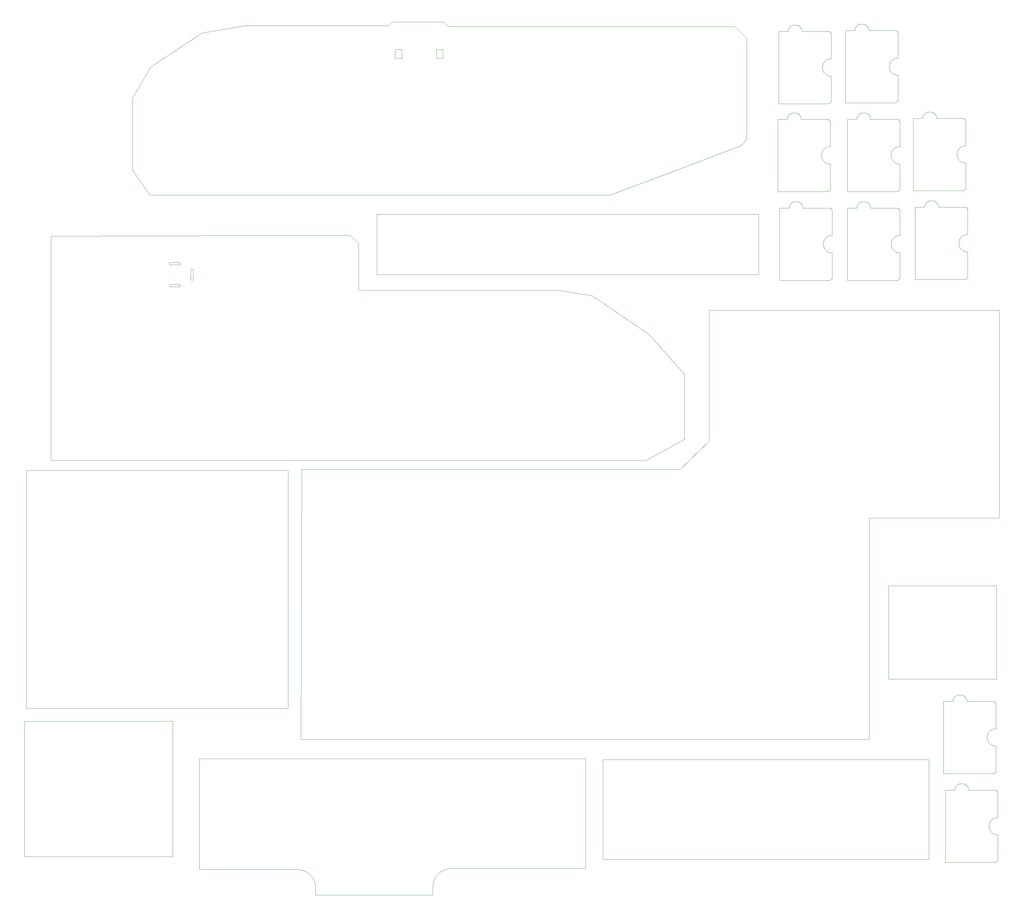
<source format=gbr>
G04 EAGLE Gerber RS-274X export*
G75*
%MOMM*%
%FSLAX34Y34*%
%LPD*%
%IN*%
%IPPOS*%
%AMOC8*
5,1,8,0,0,1.08239X$1,22.5*%
G01*
%ADD10C,0.076200*%
%ADD11C,0.050000*%
%ADD12C,0.000100*%


D10*
X93980Y1816100D02*
X93980Y1193800D01*
X1744980Y1193800D01*
X1851660Y1252220D01*
X1851660Y1432560D01*
X1752600Y1544320D01*
X1595120Y1651000D01*
X1498600Y1666240D01*
X947420Y1666240D01*
X947420Y1795780D01*
X924560Y1818640D01*
X93980Y1816100D01*
X789940Y1168400D02*
X787400Y419100D01*
X2364740Y419100D01*
X2364740Y1033780D01*
X2725420Y1033780D01*
X2725420Y1610360D01*
X1920240Y1610360D01*
X1920240Y1247140D01*
X1838960Y1168400D01*
X789940Y1168400D01*
X2057400Y1709420D02*
X2057400Y1877060D01*
X998220Y1877060D01*
X998220Y1709420D01*
X2057400Y1709420D01*
X505460Y365760D02*
X505460Y58420D01*
X505460Y365760D02*
X1577340Y365760D01*
X1577340Y60960D01*
X1203960Y60960D01*
X1202732Y60945D01*
X1201506Y60901D01*
X1200280Y60827D01*
X1199057Y60723D01*
X1197837Y60590D01*
X1196620Y60427D01*
X1195407Y60235D01*
X1194200Y60014D01*
X1192998Y59763D01*
X1191803Y59484D01*
X1190614Y59176D01*
X1189434Y58839D01*
X1188262Y58474D01*
X1187099Y58080D01*
X1185946Y57659D01*
X1184804Y57210D01*
X1183672Y56733D01*
X1182553Y56229D01*
X1181446Y55698D01*
X1180352Y55141D01*
X1179272Y54558D01*
X1178206Y53948D01*
X1177156Y53313D01*
X1176121Y52653D01*
X1175102Y51968D01*
X1174101Y51258D01*
X1173116Y50525D01*
X1172150Y49767D01*
X1171202Y48987D01*
X1170273Y48184D01*
X1169364Y47359D01*
X1168476Y46512D01*
X1167608Y45644D01*
X1166761Y44756D01*
X1165936Y43847D01*
X1165133Y42918D01*
X1164353Y41970D01*
X1163595Y41004D01*
X1162862Y40019D01*
X1162152Y39018D01*
X1161467Y37999D01*
X1160807Y36964D01*
X1160172Y35914D01*
X1159562Y34848D01*
X1158979Y33768D01*
X1158422Y32674D01*
X1157891Y31567D01*
X1157387Y30448D01*
X1156910Y29316D01*
X1156461Y28174D01*
X1156040Y27021D01*
X1155646Y25858D01*
X1155281Y24686D01*
X1154944Y23506D01*
X1154636Y22317D01*
X1154357Y21122D01*
X1154106Y19920D01*
X1153885Y18713D01*
X1153693Y17500D01*
X1153530Y16283D01*
X1153397Y15063D01*
X1153293Y13840D01*
X1153219Y12614D01*
X1153175Y11388D01*
X1153160Y10160D01*
X1153160Y-12700D01*
X828040Y-12700D01*
X828040Y7620D01*
X828025Y8848D01*
X827981Y10074D01*
X827907Y11300D01*
X827803Y12523D01*
X827670Y13743D01*
X827507Y14960D01*
X827315Y16173D01*
X827094Y17380D01*
X826843Y18582D01*
X826564Y19777D01*
X826256Y20966D01*
X825919Y22146D01*
X825554Y23318D01*
X825160Y24481D01*
X824739Y25634D01*
X824290Y26776D01*
X823813Y27908D01*
X823309Y29027D01*
X822778Y30134D01*
X822221Y31228D01*
X821638Y32308D01*
X821028Y33374D01*
X820393Y34424D01*
X819733Y35459D01*
X819048Y36478D01*
X818338Y37479D01*
X817605Y38464D01*
X816847Y39430D01*
X816067Y40378D01*
X815264Y41307D01*
X814439Y42216D01*
X813592Y43104D01*
X812724Y43972D01*
X811836Y44819D01*
X810927Y45644D01*
X809998Y46447D01*
X809050Y47227D01*
X808084Y47985D01*
X807099Y48718D01*
X806098Y49428D01*
X805079Y50113D01*
X804044Y50773D01*
X802994Y51408D01*
X801928Y52018D01*
X800848Y52601D01*
X799754Y53158D01*
X798647Y53689D01*
X797528Y54193D01*
X796396Y54670D01*
X795254Y55119D01*
X794101Y55540D01*
X792938Y55934D01*
X791766Y56299D01*
X790586Y56636D01*
X789397Y56944D01*
X788202Y57223D01*
X787000Y57474D01*
X785793Y57695D01*
X784580Y57887D01*
X783363Y58050D01*
X782143Y58183D01*
X780920Y58287D01*
X779694Y58361D01*
X778468Y58405D01*
X777240Y58420D01*
X505460Y58420D01*
X2529840Y86360D02*
X2529840Y363220D01*
X2529840Y86360D02*
X1625600Y86360D01*
X1625600Y363220D01*
X2529840Y363220D01*
X751840Y1165860D02*
X25400Y1165860D01*
X751840Y1165860D02*
X751840Y505460D01*
X25400Y505460D01*
X25400Y1165860D01*
X2139196Y2384552D02*
X2139205Y2384985D01*
X2139223Y2385417D01*
X2139253Y2385849D01*
X2139292Y2386280D01*
X2139342Y2386709D01*
X2139403Y2387138D01*
X2139473Y2387565D01*
X2139554Y2387990D01*
X2139646Y2388413D01*
X2139747Y2388834D01*
X2139859Y2389252D01*
X2139980Y2389667D01*
X2140112Y2390079D01*
X2140254Y2390488D01*
X2140405Y2390893D01*
X2140566Y2391295D01*
X2140737Y2391693D01*
X2140918Y2392086D01*
X2141107Y2392475D01*
X2141307Y2392859D01*
X2141515Y2393238D01*
X2141732Y2393612D01*
X2141959Y2393981D01*
X2142194Y2394344D01*
X2142438Y2394702D01*
X2142691Y2395053D01*
X2142952Y2395398D01*
X2143221Y2395737D01*
X2143499Y2396069D01*
X2143784Y2396394D01*
X2144077Y2396713D01*
X2144378Y2397024D01*
X2144686Y2397328D01*
X2145001Y2397624D01*
X2145324Y2397912D01*
X2145653Y2398193D01*
X2145989Y2398466D01*
X2146332Y2398730D01*
X2146681Y2398986D01*
X2147035Y2399234D01*
X2147396Y2399473D01*
X2147763Y2399703D01*
X2148135Y2399924D01*
X2148512Y2400136D01*
X2148894Y2400339D01*
X2149281Y2400533D01*
X2149672Y2400718D01*
X2150068Y2400892D01*
X2150468Y2401057D01*
X2150872Y2401213D01*
X2151279Y2401359D01*
X2151690Y2401494D01*
X2152104Y2401620D01*
X2152521Y2401736D01*
X2152941Y2401842D01*
X2153363Y2401937D01*
X2153787Y2402022D01*
X2154213Y2402097D01*
X2154641Y2402162D01*
X2155071Y2402216D01*
X2155501Y2402260D01*
X2155933Y2402294D01*
X2156365Y2402317D01*
X2156797Y2402329D01*
X2157230Y2402332D01*
X2159516Y2402332D01*
X2159949Y2402329D01*
X2160381Y2402317D01*
X2160813Y2402294D01*
X2161245Y2402260D01*
X2161675Y2402216D01*
X2162105Y2402162D01*
X2162533Y2402097D01*
X2162959Y2402022D01*
X2163383Y2401937D01*
X2163805Y2401842D01*
X2164225Y2401736D01*
X2164642Y2401620D01*
X2165056Y2401494D01*
X2165467Y2401359D01*
X2165874Y2401213D01*
X2166278Y2401057D01*
X2166678Y2400892D01*
X2167074Y2400718D01*
X2167465Y2400533D01*
X2167852Y2400339D01*
X2168234Y2400136D01*
X2168611Y2399924D01*
X2168983Y2399703D01*
X2169350Y2399473D01*
X2169711Y2399234D01*
X2170065Y2398986D01*
X2170414Y2398730D01*
X2170757Y2398466D01*
X2171093Y2398193D01*
X2171422Y2397912D01*
X2171745Y2397624D01*
X2172060Y2397328D01*
X2172368Y2397024D01*
X2172669Y2396713D01*
X2172962Y2396394D01*
X2173247Y2396069D01*
X2173525Y2395737D01*
X2173794Y2395398D01*
X2174055Y2395053D01*
X2174308Y2394702D01*
X2174552Y2394344D01*
X2174787Y2393981D01*
X2175014Y2393612D01*
X2175231Y2393238D01*
X2175439Y2392859D01*
X2175639Y2392475D01*
X2175828Y2392086D01*
X2176009Y2391693D01*
X2176180Y2391295D01*
X2176341Y2390893D01*
X2176492Y2390488D01*
X2176634Y2390079D01*
X2176766Y2389667D01*
X2176887Y2389252D01*
X2176999Y2388834D01*
X2177100Y2388413D01*
X2177192Y2387990D01*
X2177273Y2387565D01*
X2177343Y2387138D01*
X2177404Y2386709D01*
X2177454Y2386280D01*
X2177493Y2385849D01*
X2177523Y2385417D01*
X2177541Y2384985D01*
X2177550Y2384552D01*
X2249686Y2384552D01*
X2249898Y2384553D01*
X2250110Y2384548D01*
X2250321Y2384538D01*
X2250532Y2384523D01*
X2250743Y2384503D01*
X2250954Y2384478D01*
X2251163Y2384448D01*
X2251372Y2384413D01*
X2251580Y2384373D01*
X2251787Y2384328D01*
X2251993Y2384278D01*
X2252197Y2384223D01*
X2252400Y2384162D01*
X2252602Y2384097D01*
X2252802Y2384028D01*
X2253000Y2383953D01*
X2253196Y2383874D01*
X2253391Y2383790D01*
X2253583Y2383701D01*
X2253773Y2383607D01*
X2253961Y2383509D01*
X2254146Y2383407D01*
X2254329Y2383300D01*
X2254509Y2383189D01*
X2254686Y2383073D01*
X2254861Y2382953D01*
X2255033Y2382829D01*
X2255201Y2382701D01*
X2255367Y2382569D01*
X2255529Y2382432D01*
X2255688Y2382292D01*
X2255843Y2382149D01*
X2255995Y2382001D01*
X2256143Y2381850D01*
X2256288Y2381695D01*
X2256429Y2381537D01*
X2256566Y2381375D01*
X2256699Y2381211D01*
X2256828Y2381043D01*
X2256953Y2380872D01*
X2257073Y2380698D01*
X2257190Y2380521D01*
X2257302Y2380341D01*
X2257410Y2380159D01*
X2257513Y2379974D01*
X2257612Y2379787D01*
X2257706Y2379597D01*
X2257796Y2379405D01*
X2257881Y2379211D01*
X2257962Y2379015D01*
X2258037Y2378817D01*
X2258108Y2378618D01*
X2258174Y2378416D01*
X2258235Y2378214D01*
X2258291Y2378009D01*
X2258342Y2377804D01*
X2258388Y2377597D01*
X2258430Y2377390D01*
X2258466Y2377181D01*
X2258497Y2376971D01*
X2258523Y2376761D01*
X2258544Y2376550D01*
X2258560Y2376339D01*
X2258570Y2376128D01*
X2258576Y2375916D01*
X2258576Y2309622D01*
X2258574Y2309553D01*
X2258569Y2309485D01*
X2258559Y2309417D01*
X2258546Y2309349D01*
X2258530Y2309282D01*
X2258510Y2309216D01*
X2258486Y2309152D01*
X2258459Y2309089D01*
X2258428Y2309027D01*
X2258394Y2308967D01*
X2258357Y2308909D01*
X2258317Y2308853D01*
X2258274Y2308800D01*
X2258228Y2308749D01*
X2258179Y2308700D01*
X2258128Y2308654D01*
X2258075Y2308611D01*
X2258019Y2308571D01*
X2257961Y2308534D01*
X2257901Y2308500D01*
X2257839Y2308469D01*
X2257776Y2308442D01*
X2257712Y2308418D01*
X2257646Y2308398D01*
X2257579Y2308382D01*
X2257511Y2308369D01*
X2257443Y2308359D01*
X2257375Y2308354D01*
X2257306Y2308352D01*
X2256743Y2308345D01*
X2256181Y2308324D01*
X2255620Y2308290D01*
X2255059Y2308242D01*
X2254500Y2308180D01*
X2253943Y2308104D01*
X2253387Y2308015D01*
X2252834Y2307912D01*
X2252283Y2307796D01*
X2251736Y2307666D01*
X2251192Y2307523D01*
X2250652Y2307367D01*
X2250115Y2307197D01*
X2249583Y2307014D01*
X2249056Y2306819D01*
X2248533Y2306610D01*
X2248016Y2306389D01*
X2247504Y2306155D01*
X2246998Y2305909D01*
X2246499Y2305650D01*
X2246006Y2305379D01*
X2245519Y2305096D01*
X2245040Y2304802D01*
X2244568Y2304495D01*
X2244104Y2304178D01*
X2243648Y2303849D01*
X2243199Y2303508D01*
X2242760Y2303157D01*
X2242329Y2302796D01*
X2241907Y2302424D01*
X2241494Y2302041D01*
X2241091Y2301649D01*
X2240698Y2301247D01*
X2240314Y2300835D01*
X2239941Y2300414D01*
X2239578Y2299984D01*
X2239226Y2299546D01*
X2238884Y2299099D01*
X2238554Y2298643D01*
X2238235Y2298180D01*
X2237927Y2297709D01*
X2237631Y2297230D01*
X2237347Y2296745D01*
X2237075Y2296253D01*
X2236815Y2295754D01*
X2236567Y2295249D01*
X2236331Y2294738D01*
X2236109Y2294221D01*
X2235899Y2293699D01*
X2235702Y2293172D01*
X2235517Y2292641D01*
X2235346Y2292105D01*
X2235188Y2291565D01*
X2235044Y2291021D01*
X2234912Y2290474D01*
X2234794Y2289924D01*
X2234690Y2289371D01*
X2234599Y2288816D01*
X2234522Y2288259D01*
X2234459Y2287700D01*
X2234409Y2287139D01*
X2234373Y2286578D01*
X2234351Y2286016D01*
X2234342Y2285453D01*
X2234347Y2284890D01*
X2234366Y2284328D01*
X2234399Y2283767D01*
X2234446Y2283206D01*
X2234453Y2282647D01*
X2234473Y2282089D01*
X2234507Y2281532D01*
X2234554Y2280975D01*
X2234615Y2280420D01*
X2234689Y2279866D01*
X2234776Y2279315D01*
X2234877Y2278765D01*
X2234991Y2278218D01*
X2235118Y2277674D01*
X2235258Y2277134D01*
X2235411Y2276597D01*
X2235577Y2276063D01*
X2235756Y2275534D01*
X2235948Y2275010D01*
X2236152Y2274490D01*
X2236369Y2273975D01*
X2236599Y2273466D01*
X2236840Y2272962D01*
X2237094Y2272464D01*
X2237359Y2271973D01*
X2237636Y2271488D01*
X2237925Y2271010D01*
X2238226Y2270539D01*
X2238538Y2270076D01*
X2238860Y2269620D01*
X2239194Y2269172D01*
X2239539Y2268732D01*
X2239894Y2268301D01*
X2240259Y2267879D01*
X2240634Y2267465D01*
X2241020Y2267061D01*
X2241415Y2266666D01*
X2241819Y2266280D01*
X2242233Y2265905D01*
X2242655Y2265540D01*
X2243086Y2265185D01*
X2243526Y2264840D01*
X2243974Y2264506D01*
X2244430Y2264184D01*
X2244893Y2263872D01*
X2245364Y2263571D01*
X2245842Y2263282D01*
X2246327Y2263005D01*
X2246818Y2262740D01*
X2247316Y2262486D01*
X2247820Y2262245D01*
X2248329Y2262015D01*
X2248844Y2261798D01*
X2249364Y2261594D01*
X2249888Y2261402D01*
X2250417Y2261223D01*
X2250951Y2261057D01*
X2251488Y2260904D01*
X2252028Y2260764D01*
X2252572Y2260637D01*
X2253119Y2260523D01*
X2253669Y2260422D01*
X2254220Y2260335D01*
X2254774Y2260261D01*
X2255329Y2260200D01*
X2255886Y2260153D01*
X2256443Y2260119D01*
X2257001Y2260099D01*
X2257560Y2260092D01*
X2257621Y2260090D01*
X2257682Y2260085D01*
X2257743Y2260075D01*
X2257803Y2260062D01*
X2257862Y2260046D01*
X2257920Y2260026D01*
X2257977Y2260002D01*
X2258032Y2259976D01*
X2258086Y2259945D01*
X2258137Y2259912D01*
X2258187Y2259876D01*
X2258234Y2259836D01*
X2258278Y2259794D01*
X2258320Y2259750D01*
X2258360Y2259703D01*
X2258396Y2259653D01*
X2258429Y2259602D01*
X2258460Y2259548D01*
X2258486Y2259493D01*
X2258510Y2259436D01*
X2258530Y2259378D01*
X2258546Y2259319D01*
X2258559Y2259259D01*
X2258569Y2259198D01*
X2258574Y2259137D01*
X2258576Y2259076D01*
X2258576Y2191830D01*
X2258577Y2191830D02*
X2258575Y2191638D01*
X2258568Y2191446D01*
X2258556Y2191255D01*
X2258540Y2191064D01*
X2258519Y2190873D01*
X2258494Y2190683D01*
X2258464Y2190494D01*
X2258429Y2190305D01*
X2258390Y2190117D01*
X2258346Y2189930D01*
X2258298Y2189745D01*
X2258246Y2189560D01*
X2258188Y2189377D01*
X2258127Y2189195D01*
X2258061Y2189015D01*
X2257991Y2188837D01*
X2257916Y2188660D01*
X2257838Y2188485D01*
X2257755Y2188312D01*
X2257668Y2188141D01*
X2257577Y2187972D01*
X2257481Y2187806D01*
X2257382Y2187642D01*
X2257279Y2187480D01*
X2257172Y2187321D01*
X2257061Y2187164D01*
X2256946Y2187010D01*
X2256828Y2186859D01*
X2256706Y2186711D01*
X2256581Y2186566D01*
X2256452Y2186424D01*
X2256319Y2186285D01*
X2256184Y2186150D01*
X2256045Y2186017D01*
X2255903Y2185888D01*
X2255758Y2185763D01*
X2255610Y2185641D01*
X2255459Y2185523D01*
X2255305Y2185408D01*
X2255148Y2185297D01*
X2254989Y2185190D01*
X2254827Y2185087D01*
X2254663Y2184988D01*
X2254497Y2184892D01*
X2254328Y2184801D01*
X2254157Y2184714D01*
X2253984Y2184631D01*
X2253809Y2184553D01*
X2253632Y2184478D01*
X2253454Y2184408D01*
X2253274Y2184342D01*
X2253092Y2184281D01*
X2252909Y2184223D01*
X2252724Y2184171D01*
X2252539Y2184123D01*
X2252352Y2184079D01*
X2252164Y2184040D01*
X2251975Y2184005D01*
X2251786Y2183975D01*
X2251596Y2183950D01*
X2251405Y2183929D01*
X2251214Y2183913D01*
X2251023Y2183901D01*
X2250831Y2183894D01*
X2250639Y2183892D01*
X2112780Y2183892D01*
X2113034Y2384298D01*
X2139196Y2384552D01*
X431800Y469900D02*
X20320Y469900D01*
X431800Y469900D02*
X431800Y93980D01*
X20320Y93980D01*
X20320Y469900D01*
X2024380Y2085340D02*
X2024380Y2364740D01*
X1991360Y2397760D01*
X1196340Y2397760D01*
X1183640Y2410460D01*
X1041400Y2410460D01*
X1031240Y2400300D01*
X632460Y2400300D01*
X513080Y2379980D01*
X370840Y2286000D01*
X320040Y2199640D01*
X320040Y1998980D01*
X368300Y1930400D01*
X1645920Y1930400D01*
X1828800Y1998980D01*
X2009140Y2067560D01*
X2024380Y2085340D01*
X2324616Y2387092D02*
X2324625Y2387525D01*
X2324643Y2387957D01*
X2324673Y2388389D01*
X2324712Y2388820D01*
X2324762Y2389249D01*
X2324823Y2389678D01*
X2324893Y2390105D01*
X2324974Y2390530D01*
X2325066Y2390953D01*
X2325167Y2391374D01*
X2325279Y2391792D01*
X2325400Y2392207D01*
X2325532Y2392619D01*
X2325674Y2393028D01*
X2325825Y2393433D01*
X2325986Y2393835D01*
X2326157Y2394233D01*
X2326338Y2394626D01*
X2326527Y2395015D01*
X2326727Y2395399D01*
X2326935Y2395778D01*
X2327152Y2396152D01*
X2327379Y2396521D01*
X2327614Y2396884D01*
X2327858Y2397242D01*
X2328111Y2397593D01*
X2328372Y2397938D01*
X2328641Y2398277D01*
X2328919Y2398609D01*
X2329204Y2398934D01*
X2329497Y2399253D01*
X2329798Y2399564D01*
X2330106Y2399868D01*
X2330421Y2400164D01*
X2330744Y2400452D01*
X2331073Y2400733D01*
X2331409Y2401006D01*
X2331752Y2401270D01*
X2332101Y2401526D01*
X2332455Y2401774D01*
X2332816Y2402013D01*
X2333183Y2402243D01*
X2333555Y2402464D01*
X2333932Y2402676D01*
X2334314Y2402879D01*
X2334701Y2403073D01*
X2335092Y2403258D01*
X2335488Y2403432D01*
X2335888Y2403597D01*
X2336292Y2403753D01*
X2336699Y2403899D01*
X2337110Y2404034D01*
X2337524Y2404160D01*
X2337941Y2404276D01*
X2338361Y2404382D01*
X2338783Y2404477D01*
X2339207Y2404562D01*
X2339633Y2404637D01*
X2340061Y2404702D01*
X2340491Y2404756D01*
X2340921Y2404800D01*
X2341353Y2404834D01*
X2341785Y2404857D01*
X2342217Y2404869D01*
X2342650Y2404872D01*
X2344936Y2404872D01*
X2345369Y2404869D01*
X2345801Y2404857D01*
X2346233Y2404834D01*
X2346665Y2404800D01*
X2347095Y2404756D01*
X2347525Y2404702D01*
X2347953Y2404637D01*
X2348379Y2404562D01*
X2348803Y2404477D01*
X2349225Y2404382D01*
X2349645Y2404276D01*
X2350062Y2404160D01*
X2350476Y2404034D01*
X2350887Y2403899D01*
X2351294Y2403753D01*
X2351698Y2403597D01*
X2352098Y2403432D01*
X2352494Y2403258D01*
X2352885Y2403073D01*
X2353272Y2402879D01*
X2353654Y2402676D01*
X2354031Y2402464D01*
X2354403Y2402243D01*
X2354770Y2402013D01*
X2355131Y2401774D01*
X2355485Y2401526D01*
X2355834Y2401270D01*
X2356177Y2401006D01*
X2356513Y2400733D01*
X2356842Y2400452D01*
X2357165Y2400164D01*
X2357480Y2399868D01*
X2357788Y2399564D01*
X2358089Y2399253D01*
X2358382Y2398934D01*
X2358667Y2398609D01*
X2358945Y2398277D01*
X2359214Y2397938D01*
X2359475Y2397593D01*
X2359728Y2397242D01*
X2359972Y2396884D01*
X2360207Y2396521D01*
X2360434Y2396152D01*
X2360651Y2395778D01*
X2360859Y2395399D01*
X2361059Y2395015D01*
X2361248Y2394626D01*
X2361429Y2394233D01*
X2361600Y2393835D01*
X2361761Y2393433D01*
X2361912Y2393028D01*
X2362054Y2392619D01*
X2362186Y2392207D01*
X2362307Y2391792D01*
X2362419Y2391374D01*
X2362520Y2390953D01*
X2362612Y2390530D01*
X2362693Y2390105D01*
X2362763Y2389678D01*
X2362824Y2389249D01*
X2362874Y2388820D01*
X2362913Y2388389D01*
X2362943Y2387957D01*
X2362961Y2387525D01*
X2362970Y2387092D01*
X2435106Y2387092D01*
X2435318Y2387093D01*
X2435530Y2387088D01*
X2435741Y2387078D01*
X2435952Y2387063D01*
X2436163Y2387043D01*
X2436374Y2387018D01*
X2436583Y2386988D01*
X2436792Y2386953D01*
X2437000Y2386913D01*
X2437207Y2386868D01*
X2437413Y2386818D01*
X2437617Y2386763D01*
X2437820Y2386702D01*
X2438022Y2386637D01*
X2438222Y2386568D01*
X2438420Y2386493D01*
X2438616Y2386414D01*
X2438811Y2386330D01*
X2439003Y2386241D01*
X2439193Y2386147D01*
X2439381Y2386049D01*
X2439566Y2385947D01*
X2439749Y2385840D01*
X2439929Y2385729D01*
X2440106Y2385613D01*
X2440281Y2385493D01*
X2440453Y2385369D01*
X2440621Y2385241D01*
X2440787Y2385109D01*
X2440949Y2384972D01*
X2441108Y2384832D01*
X2441263Y2384689D01*
X2441415Y2384541D01*
X2441563Y2384390D01*
X2441708Y2384235D01*
X2441849Y2384077D01*
X2441986Y2383915D01*
X2442119Y2383751D01*
X2442248Y2383583D01*
X2442373Y2383412D01*
X2442493Y2383238D01*
X2442610Y2383061D01*
X2442722Y2382881D01*
X2442830Y2382699D01*
X2442933Y2382514D01*
X2443032Y2382327D01*
X2443126Y2382137D01*
X2443216Y2381945D01*
X2443301Y2381751D01*
X2443382Y2381555D01*
X2443457Y2381357D01*
X2443528Y2381158D01*
X2443594Y2380956D01*
X2443655Y2380754D01*
X2443711Y2380549D01*
X2443762Y2380344D01*
X2443808Y2380137D01*
X2443850Y2379930D01*
X2443886Y2379721D01*
X2443917Y2379511D01*
X2443943Y2379301D01*
X2443964Y2379090D01*
X2443980Y2378879D01*
X2443990Y2378668D01*
X2443996Y2378456D01*
X2443996Y2312162D01*
X2443994Y2312093D01*
X2443989Y2312025D01*
X2443979Y2311957D01*
X2443966Y2311889D01*
X2443950Y2311822D01*
X2443930Y2311756D01*
X2443906Y2311692D01*
X2443879Y2311629D01*
X2443848Y2311567D01*
X2443814Y2311507D01*
X2443777Y2311449D01*
X2443737Y2311393D01*
X2443694Y2311340D01*
X2443648Y2311289D01*
X2443599Y2311240D01*
X2443548Y2311194D01*
X2443495Y2311151D01*
X2443439Y2311111D01*
X2443381Y2311074D01*
X2443321Y2311040D01*
X2443259Y2311009D01*
X2443196Y2310982D01*
X2443132Y2310958D01*
X2443066Y2310938D01*
X2442999Y2310922D01*
X2442931Y2310909D01*
X2442863Y2310899D01*
X2442795Y2310894D01*
X2442726Y2310892D01*
X2442163Y2310885D01*
X2441601Y2310864D01*
X2441040Y2310830D01*
X2440479Y2310782D01*
X2439920Y2310720D01*
X2439363Y2310644D01*
X2438807Y2310555D01*
X2438254Y2310452D01*
X2437703Y2310336D01*
X2437156Y2310206D01*
X2436612Y2310063D01*
X2436072Y2309907D01*
X2435535Y2309737D01*
X2435003Y2309554D01*
X2434476Y2309359D01*
X2433953Y2309150D01*
X2433436Y2308929D01*
X2432924Y2308695D01*
X2432418Y2308449D01*
X2431919Y2308190D01*
X2431426Y2307919D01*
X2430939Y2307636D01*
X2430460Y2307342D01*
X2429988Y2307035D01*
X2429524Y2306718D01*
X2429068Y2306389D01*
X2428619Y2306048D01*
X2428180Y2305697D01*
X2427749Y2305336D01*
X2427327Y2304964D01*
X2426914Y2304581D01*
X2426511Y2304189D01*
X2426118Y2303787D01*
X2425734Y2303375D01*
X2425361Y2302954D01*
X2424998Y2302524D01*
X2424646Y2302086D01*
X2424304Y2301639D01*
X2423974Y2301183D01*
X2423655Y2300720D01*
X2423347Y2300249D01*
X2423051Y2299770D01*
X2422767Y2299285D01*
X2422495Y2298793D01*
X2422235Y2298294D01*
X2421987Y2297789D01*
X2421751Y2297278D01*
X2421529Y2296761D01*
X2421319Y2296239D01*
X2421122Y2295712D01*
X2420937Y2295181D01*
X2420766Y2294645D01*
X2420608Y2294105D01*
X2420464Y2293561D01*
X2420332Y2293014D01*
X2420214Y2292464D01*
X2420110Y2291911D01*
X2420019Y2291356D01*
X2419942Y2290799D01*
X2419879Y2290240D01*
X2419829Y2289679D01*
X2419793Y2289118D01*
X2419771Y2288556D01*
X2419762Y2287993D01*
X2419767Y2287430D01*
X2419786Y2286868D01*
X2419819Y2286307D01*
X2419866Y2285746D01*
X2419873Y2285187D01*
X2419893Y2284629D01*
X2419927Y2284072D01*
X2419974Y2283515D01*
X2420035Y2282960D01*
X2420109Y2282406D01*
X2420196Y2281855D01*
X2420297Y2281305D01*
X2420411Y2280758D01*
X2420538Y2280214D01*
X2420678Y2279674D01*
X2420831Y2279137D01*
X2420997Y2278603D01*
X2421176Y2278074D01*
X2421368Y2277550D01*
X2421572Y2277030D01*
X2421789Y2276515D01*
X2422019Y2276006D01*
X2422260Y2275502D01*
X2422514Y2275004D01*
X2422779Y2274513D01*
X2423056Y2274028D01*
X2423345Y2273550D01*
X2423646Y2273079D01*
X2423958Y2272616D01*
X2424280Y2272160D01*
X2424614Y2271712D01*
X2424959Y2271272D01*
X2425314Y2270841D01*
X2425679Y2270419D01*
X2426054Y2270005D01*
X2426440Y2269601D01*
X2426835Y2269206D01*
X2427239Y2268820D01*
X2427653Y2268445D01*
X2428075Y2268080D01*
X2428506Y2267725D01*
X2428946Y2267380D01*
X2429394Y2267046D01*
X2429850Y2266724D01*
X2430313Y2266412D01*
X2430784Y2266111D01*
X2431262Y2265822D01*
X2431747Y2265545D01*
X2432238Y2265280D01*
X2432736Y2265026D01*
X2433240Y2264785D01*
X2433749Y2264555D01*
X2434264Y2264338D01*
X2434784Y2264134D01*
X2435308Y2263942D01*
X2435837Y2263763D01*
X2436371Y2263597D01*
X2436908Y2263444D01*
X2437448Y2263304D01*
X2437992Y2263177D01*
X2438539Y2263063D01*
X2439089Y2262962D01*
X2439640Y2262875D01*
X2440194Y2262801D01*
X2440749Y2262740D01*
X2441306Y2262693D01*
X2441863Y2262659D01*
X2442421Y2262639D01*
X2442980Y2262632D01*
X2443041Y2262630D01*
X2443102Y2262625D01*
X2443163Y2262615D01*
X2443223Y2262602D01*
X2443282Y2262586D01*
X2443340Y2262566D01*
X2443397Y2262542D01*
X2443452Y2262516D01*
X2443506Y2262485D01*
X2443557Y2262452D01*
X2443607Y2262416D01*
X2443654Y2262376D01*
X2443698Y2262334D01*
X2443740Y2262290D01*
X2443780Y2262243D01*
X2443816Y2262193D01*
X2443849Y2262142D01*
X2443880Y2262088D01*
X2443906Y2262033D01*
X2443930Y2261976D01*
X2443950Y2261918D01*
X2443966Y2261859D01*
X2443979Y2261799D01*
X2443989Y2261738D01*
X2443994Y2261677D01*
X2443996Y2261616D01*
X2443996Y2194370D01*
X2443997Y2194370D02*
X2443995Y2194178D01*
X2443988Y2193986D01*
X2443976Y2193795D01*
X2443960Y2193604D01*
X2443939Y2193413D01*
X2443914Y2193223D01*
X2443884Y2193034D01*
X2443849Y2192845D01*
X2443810Y2192657D01*
X2443766Y2192470D01*
X2443718Y2192285D01*
X2443666Y2192100D01*
X2443608Y2191917D01*
X2443547Y2191735D01*
X2443481Y2191555D01*
X2443411Y2191377D01*
X2443336Y2191200D01*
X2443258Y2191025D01*
X2443175Y2190852D01*
X2443088Y2190681D01*
X2442997Y2190512D01*
X2442901Y2190346D01*
X2442802Y2190182D01*
X2442699Y2190020D01*
X2442592Y2189861D01*
X2442481Y2189704D01*
X2442366Y2189550D01*
X2442248Y2189399D01*
X2442126Y2189251D01*
X2442001Y2189106D01*
X2441872Y2188964D01*
X2441739Y2188825D01*
X2441604Y2188690D01*
X2441465Y2188557D01*
X2441323Y2188428D01*
X2441178Y2188303D01*
X2441030Y2188181D01*
X2440879Y2188063D01*
X2440725Y2187948D01*
X2440568Y2187837D01*
X2440409Y2187730D01*
X2440247Y2187627D01*
X2440083Y2187528D01*
X2439917Y2187432D01*
X2439748Y2187341D01*
X2439577Y2187254D01*
X2439404Y2187171D01*
X2439229Y2187093D01*
X2439052Y2187018D01*
X2438874Y2186948D01*
X2438694Y2186882D01*
X2438512Y2186821D01*
X2438329Y2186763D01*
X2438144Y2186711D01*
X2437959Y2186663D01*
X2437772Y2186619D01*
X2437584Y2186580D01*
X2437395Y2186545D01*
X2437206Y2186515D01*
X2437016Y2186490D01*
X2436825Y2186469D01*
X2436634Y2186453D01*
X2436443Y2186441D01*
X2436251Y2186434D01*
X2436059Y2186432D01*
X2298200Y2186432D01*
X2298454Y2386838D01*
X2324616Y2387092D01*
X2154690Y2158492D02*
X2154257Y2158489D01*
X2153825Y2158477D01*
X2153393Y2158454D01*
X2152961Y2158420D01*
X2152531Y2158376D01*
X2152101Y2158322D01*
X2151673Y2158257D01*
X2151247Y2158182D01*
X2150823Y2158097D01*
X2150401Y2158002D01*
X2149981Y2157896D01*
X2149564Y2157780D01*
X2149150Y2157654D01*
X2148739Y2157519D01*
X2148332Y2157373D01*
X2147928Y2157217D01*
X2147528Y2157052D01*
X2147132Y2156878D01*
X2146741Y2156693D01*
X2146354Y2156499D01*
X2145972Y2156296D01*
X2145595Y2156084D01*
X2145223Y2155863D01*
X2144856Y2155633D01*
X2144495Y2155394D01*
X2144141Y2155146D01*
X2143792Y2154890D01*
X2143449Y2154626D01*
X2143113Y2154353D01*
X2142784Y2154072D01*
X2142461Y2153784D01*
X2142146Y2153488D01*
X2141838Y2153184D01*
X2141537Y2152873D01*
X2141244Y2152554D01*
X2140959Y2152229D01*
X2140681Y2151897D01*
X2140412Y2151558D01*
X2140151Y2151213D01*
X2139898Y2150862D01*
X2139654Y2150504D01*
X2139419Y2150141D01*
X2139192Y2149772D01*
X2138975Y2149398D01*
X2138767Y2149019D01*
X2138567Y2148635D01*
X2138378Y2148246D01*
X2138197Y2147853D01*
X2138026Y2147455D01*
X2137865Y2147053D01*
X2137714Y2146648D01*
X2137572Y2146239D01*
X2137440Y2145827D01*
X2137319Y2145412D01*
X2137207Y2144994D01*
X2137106Y2144573D01*
X2137014Y2144150D01*
X2136933Y2143725D01*
X2136863Y2143298D01*
X2136802Y2142869D01*
X2136752Y2142440D01*
X2136713Y2142009D01*
X2136683Y2141577D01*
X2136665Y2141145D01*
X2136656Y2140712D01*
X2154690Y2158492D02*
X2156976Y2158492D01*
X2157409Y2158489D01*
X2157841Y2158477D01*
X2158273Y2158454D01*
X2158705Y2158420D01*
X2159135Y2158376D01*
X2159565Y2158322D01*
X2159993Y2158257D01*
X2160419Y2158182D01*
X2160843Y2158097D01*
X2161265Y2158002D01*
X2161685Y2157896D01*
X2162102Y2157780D01*
X2162516Y2157654D01*
X2162927Y2157519D01*
X2163334Y2157373D01*
X2163738Y2157217D01*
X2164138Y2157052D01*
X2164534Y2156878D01*
X2164925Y2156693D01*
X2165312Y2156499D01*
X2165694Y2156296D01*
X2166071Y2156084D01*
X2166443Y2155863D01*
X2166810Y2155633D01*
X2167171Y2155394D01*
X2167525Y2155146D01*
X2167874Y2154890D01*
X2168217Y2154626D01*
X2168553Y2154353D01*
X2168882Y2154072D01*
X2169205Y2153784D01*
X2169520Y2153488D01*
X2169828Y2153184D01*
X2170129Y2152873D01*
X2170422Y2152554D01*
X2170707Y2152229D01*
X2170985Y2151897D01*
X2171254Y2151558D01*
X2171515Y2151213D01*
X2171768Y2150862D01*
X2172012Y2150504D01*
X2172247Y2150141D01*
X2172474Y2149772D01*
X2172691Y2149398D01*
X2172899Y2149019D01*
X2173099Y2148635D01*
X2173288Y2148246D01*
X2173469Y2147853D01*
X2173640Y2147455D01*
X2173801Y2147053D01*
X2173952Y2146648D01*
X2174094Y2146239D01*
X2174226Y2145827D01*
X2174347Y2145412D01*
X2174459Y2144994D01*
X2174560Y2144573D01*
X2174652Y2144150D01*
X2174733Y2143725D01*
X2174803Y2143298D01*
X2174864Y2142869D01*
X2174914Y2142440D01*
X2174953Y2142009D01*
X2174983Y2141577D01*
X2175001Y2141145D01*
X2175010Y2140712D01*
X2247146Y2140712D01*
X2247358Y2140713D01*
X2247570Y2140708D01*
X2247781Y2140698D01*
X2247992Y2140683D01*
X2248203Y2140663D01*
X2248414Y2140638D01*
X2248623Y2140608D01*
X2248832Y2140573D01*
X2249040Y2140533D01*
X2249247Y2140488D01*
X2249453Y2140438D01*
X2249657Y2140383D01*
X2249860Y2140322D01*
X2250062Y2140257D01*
X2250262Y2140188D01*
X2250460Y2140113D01*
X2250656Y2140034D01*
X2250851Y2139950D01*
X2251043Y2139861D01*
X2251233Y2139767D01*
X2251421Y2139669D01*
X2251606Y2139567D01*
X2251789Y2139460D01*
X2251969Y2139349D01*
X2252146Y2139233D01*
X2252321Y2139113D01*
X2252493Y2138989D01*
X2252661Y2138861D01*
X2252827Y2138729D01*
X2252989Y2138592D01*
X2253148Y2138452D01*
X2253303Y2138309D01*
X2253455Y2138161D01*
X2253603Y2138010D01*
X2253748Y2137855D01*
X2253889Y2137697D01*
X2254026Y2137535D01*
X2254159Y2137371D01*
X2254288Y2137203D01*
X2254413Y2137032D01*
X2254533Y2136858D01*
X2254650Y2136681D01*
X2254762Y2136501D01*
X2254870Y2136319D01*
X2254973Y2136134D01*
X2255072Y2135947D01*
X2255166Y2135757D01*
X2255256Y2135565D01*
X2255341Y2135371D01*
X2255422Y2135175D01*
X2255497Y2134977D01*
X2255568Y2134778D01*
X2255634Y2134576D01*
X2255695Y2134374D01*
X2255751Y2134169D01*
X2255802Y2133964D01*
X2255848Y2133757D01*
X2255890Y2133550D01*
X2255926Y2133341D01*
X2255957Y2133131D01*
X2255983Y2132921D01*
X2256004Y2132710D01*
X2256020Y2132499D01*
X2256030Y2132288D01*
X2256036Y2132076D01*
X2256036Y2065782D01*
X2256034Y2065713D01*
X2256029Y2065645D01*
X2256019Y2065577D01*
X2256006Y2065509D01*
X2255990Y2065442D01*
X2255970Y2065376D01*
X2255946Y2065312D01*
X2255919Y2065249D01*
X2255888Y2065187D01*
X2255854Y2065127D01*
X2255817Y2065069D01*
X2255777Y2065013D01*
X2255734Y2064960D01*
X2255688Y2064909D01*
X2255639Y2064860D01*
X2255588Y2064814D01*
X2255535Y2064771D01*
X2255479Y2064731D01*
X2255421Y2064694D01*
X2255361Y2064660D01*
X2255299Y2064629D01*
X2255236Y2064602D01*
X2255172Y2064578D01*
X2255106Y2064558D01*
X2255039Y2064542D01*
X2254971Y2064529D01*
X2254903Y2064519D01*
X2254835Y2064514D01*
X2254766Y2064512D01*
X2254203Y2064505D01*
X2253641Y2064484D01*
X2253080Y2064450D01*
X2252519Y2064402D01*
X2251960Y2064340D01*
X2251403Y2064264D01*
X2250847Y2064175D01*
X2250294Y2064072D01*
X2249743Y2063956D01*
X2249196Y2063826D01*
X2248652Y2063683D01*
X2248112Y2063527D01*
X2247575Y2063357D01*
X2247043Y2063174D01*
X2246516Y2062979D01*
X2245993Y2062770D01*
X2245476Y2062549D01*
X2244964Y2062315D01*
X2244458Y2062069D01*
X2243959Y2061810D01*
X2243466Y2061539D01*
X2242979Y2061256D01*
X2242500Y2060962D01*
X2242028Y2060655D01*
X2241564Y2060338D01*
X2241108Y2060009D01*
X2240659Y2059668D01*
X2240220Y2059317D01*
X2239789Y2058956D01*
X2239367Y2058584D01*
X2238954Y2058201D01*
X2238551Y2057809D01*
X2238158Y2057407D01*
X2237774Y2056995D01*
X2237401Y2056574D01*
X2237038Y2056144D01*
X2236686Y2055706D01*
X2236344Y2055259D01*
X2236014Y2054803D01*
X2235695Y2054340D01*
X2235387Y2053869D01*
X2235091Y2053390D01*
X2234807Y2052905D01*
X2234535Y2052413D01*
X2234275Y2051914D01*
X2234027Y2051409D01*
X2233791Y2050898D01*
X2233569Y2050381D01*
X2233359Y2049859D01*
X2233162Y2049332D01*
X2232977Y2048801D01*
X2232806Y2048265D01*
X2232648Y2047725D01*
X2232504Y2047181D01*
X2232372Y2046634D01*
X2232254Y2046084D01*
X2232150Y2045531D01*
X2232059Y2044976D01*
X2231982Y2044419D01*
X2231919Y2043860D01*
X2231869Y2043299D01*
X2231833Y2042738D01*
X2231811Y2042176D01*
X2231802Y2041613D01*
X2231807Y2041050D01*
X2231826Y2040488D01*
X2231859Y2039927D01*
X2231906Y2039366D01*
X2231913Y2038807D01*
X2231933Y2038249D01*
X2231967Y2037692D01*
X2232014Y2037135D01*
X2232075Y2036580D01*
X2232149Y2036026D01*
X2232236Y2035475D01*
X2232337Y2034925D01*
X2232451Y2034378D01*
X2232578Y2033834D01*
X2232718Y2033294D01*
X2232871Y2032757D01*
X2233037Y2032223D01*
X2233216Y2031694D01*
X2233408Y2031170D01*
X2233612Y2030650D01*
X2233829Y2030135D01*
X2234059Y2029626D01*
X2234300Y2029122D01*
X2234554Y2028624D01*
X2234819Y2028133D01*
X2235096Y2027648D01*
X2235385Y2027170D01*
X2235686Y2026699D01*
X2235998Y2026236D01*
X2236320Y2025780D01*
X2236654Y2025332D01*
X2236999Y2024892D01*
X2237354Y2024461D01*
X2237719Y2024039D01*
X2238094Y2023625D01*
X2238480Y2023221D01*
X2238875Y2022826D01*
X2239279Y2022440D01*
X2239693Y2022065D01*
X2240115Y2021700D01*
X2240546Y2021345D01*
X2240986Y2021000D01*
X2241434Y2020666D01*
X2241890Y2020344D01*
X2242353Y2020032D01*
X2242824Y2019731D01*
X2243302Y2019442D01*
X2243787Y2019165D01*
X2244278Y2018900D01*
X2244776Y2018646D01*
X2245280Y2018405D01*
X2245789Y2018175D01*
X2246304Y2017958D01*
X2246824Y2017754D01*
X2247348Y2017562D01*
X2247877Y2017383D01*
X2248411Y2017217D01*
X2248948Y2017064D01*
X2249488Y2016924D01*
X2250032Y2016797D01*
X2250579Y2016683D01*
X2251129Y2016582D01*
X2251680Y2016495D01*
X2252234Y2016421D01*
X2252789Y2016360D01*
X2253346Y2016313D01*
X2253903Y2016279D01*
X2254461Y2016259D01*
X2255020Y2016252D01*
X2255081Y2016250D01*
X2255142Y2016245D01*
X2255203Y2016235D01*
X2255263Y2016222D01*
X2255322Y2016206D01*
X2255380Y2016186D01*
X2255437Y2016162D01*
X2255492Y2016136D01*
X2255546Y2016105D01*
X2255597Y2016072D01*
X2255647Y2016036D01*
X2255694Y2015996D01*
X2255738Y2015954D01*
X2255780Y2015910D01*
X2255820Y2015863D01*
X2255856Y2015813D01*
X2255889Y2015762D01*
X2255920Y2015708D01*
X2255946Y2015653D01*
X2255970Y2015596D01*
X2255990Y2015538D01*
X2256006Y2015479D01*
X2256019Y2015419D01*
X2256029Y2015358D01*
X2256034Y2015297D01*
X2256036Y2015236D01*
X2256036Y1947990D01*
X2256037Y1947990D02*
X2256035Y1947798D01*
X2256028Y1947606D01*
X2256016Y1947415D01*
X2256000Y1947224D01*
X2255979Y1947033D01*
X2255954Y1946843D01*
X2255924Y1946654D01*
X2255889Y1946465D01*
X2255850Y1946277D01*
X2255806Y1946090D01*
X2255758Y1945905D01*
X2255706Y1945720D01*
X2255648Y1945537D01*
X2255587Y1945355D01*
X2255521Y1945175D01*
X2255451Y1944997D01*
X2255376Y1944820D01*
X2255298Y1944645D01*
X2255215Y1944472D01*
X2255128Y1944301D01*
X2255037Y1944132D01*
X2254941Y1943966D01*
X2254842Y1943802D01*
X2254739Y1943640D01*
X2254632Y1943481D01*
X2254521Y1943324D01*
X2254406Y1943170D01*
X2254288Y1943019D01*
X2254166Y1942871D01*
X2254041Y1942726D01*
X2253912Y1942584D01*
X2253779Y1942445D01*
X2253644Y1942310D01*
X2253505Y1942177D01*
X2253363Y1942048D01*
X2253218Y1941923D01*
X2253070Y1941801D01*
X2252919Y1941683D01*
X2252765Y1941568D01*
X2252608Y1941457D01*
X2252449Y1941350D01*
X2252287Y1941247D01*
X2252123Y1941148D01*
X2251957Y1941052D01*
X2251788Y1940961D01*
X2251617Y1940874D01*
X2251444Y1940791D01*
X2251269Y1940713D01*
X2251092Y1940638D01*
X2250914Y1940568D01*
X2250734Y1940502D01*
X2250552Y1940441D01*
X2250369Y1940383D01*
X2250184Y1940331D01*
X2249999Y1940283D01*
X2249812Y1940239D01*
X2249624Y1940200D01*
X2249435Y1940165D01*
X2249246Y1940135D01*
X2249056Y1940110D01*
X2248865Y1940089D01*
X2248674Y1940073D01*
X2248483Y1940061D01*
X2248291Y1940054D01*
X2248099Y1940052D01*
X2110240Y1940052D01*
X2110494Y2140458D01*
X2136656Y2140712D01*
X2329696Y2140712D02*
X2329705Y2141145D01*
X2329723Y2141577D01*
X2329753Y2142009D01*
X2329792Y2142440D01*
X2329842Y2142869D01*
X2329903Y2143298D01*
X2329973Y2143725D01*
X2330054Y2144150D01*
X2330146Y2144573D01*
X2330247Y2144994D01*
X2330359Y2145412D01*
X2330480Y2145827D01*
X2330612Y2146239D01*
X2330754Y2146648D01*
X2330905Y2147053D01*
X2331066Y2147455D01*
X2331237Y2147853D01*
X2331418Y2148246D01*
X2331607Y2148635D01*
X2331807Y2149019D01*
X2332015Y2149398D01*
X2332232Y2149772D01*
X2332459Y2150141D01*
X2332694Y2150504D01*
X2332938Y2150862D01*
X2333191Y2151213D01*
X2333452Y2151558D01*
X2333721Y2151897D01*
X2333999Y2152229D01*
X2334284Y2152554D01*
X2334577Y2152873D01*
X2334878Y2153184D01*
X2335186Y2153488D01*
X2335501Y2153784D01*
X2335824Y2154072D01*
X2336153Y2154353D01*
X2336489Y2154626D01*
X2336832Y2154890D01*
X2337181Y2155146D01*
X2337535Y2155394D01*
X2337896Y2155633D01*
X2338263Y2155863D01*
X2338635Y2156084D01*
X2339012Y2156296D01*
X2339394Y2156499D01*
X2339781Y2156693D01*
X2340172Y2156878D01*
X2340568Y2157052D01*
X2340968Y2157217D01*
X2341372Y2157373D01*
X2341779Y2157519D01*
X2342190Y2157654D01*
X2342604Y2157780D01*
X2343021Y2157896D01*
X2343441Y2158002D01*
X2343863Y2158097D01*
X2344287Y2158182D01*
X2344713Y2158257D01*
X2345141Y2158322D01*
X2345571Y2158376D01*
X2346001Y2158420D01*
X2346433Y2158454D01*
X2346865Y2158477D01*
X2347297Y2158489D01*
X2347730Y2158492D01*
X2350016Y2158492D01*
X2350449Y2158489D01*
X2350881Y2158477D01*
X2351313Y2158454D01*
X2351745Y2158420D01*
X2352175Y2158376D01*
X2352605Y2158322D01*
X2353033Y2158257D01*
X2353459Y2158182D01*
X2353883Y2158097D01*
X2354305Y2158002D01*
X2354725Y2157896D01*
X2355142Y2157780D01*
X2355556Y2157654D01*
X2355967Y2157519D01*
X2356374Y2157373D01*
X2356778Y2157217D01*
X2357178Y2157052D01*
X2357574Y2156878D01*
X2357965Y2156693D01*
X2358352Y2156499D01*
X2358734Y2156296D01*
X2359111Y2156084D01*
X2359483Y2155863D01*
X2359850Y2155633D01*
X2360211Y2155394D01*
X2360565Y2155146D01*
X2360914Y2154890D01*
X2361257Y2154626D01*
X2361593Y2154353D01*
X2361922Y2154072D01*
X2362245Y2153784D01*
X2362560Y2153488D01*
X2362868Y2153184D01*
X2363169Y2152873D01*
X2363462Y2152554D01*
X2363747Y2152229D01*
X2364025Y2151897D01*
X2364294Y2151558D01*
X2364555Y2151213D01*
X2364808Y2150862D01*
X2365052Y2150504D01*
X2365287Y2150141D01*
X2365514Y2149772D01*
X2365731Y2149398D01*
X2365939Y2149019D01*
X2366139Y2148635D01*
X2366328Y2148246D01*
X2366509Y2147853D01*
X2366680Y2147455D01*
X2366841Y2147053D01*
X2366992Y2146648D01*
X2367134Y2146239D01*
X2367266Y2145827D01*
X2367387Y2145412D01*
X2367499Y2144994D01*
X2367600Y2144573D01*
X2367692Y2144150D01*
X2367773Y2143725D01*
X2367843Y2143298D01*
X2367904Y2142869D01*
X2367954Y2142440D01*
X2367993Y2142009D01*
X2368023Y2141577D01*
X2368041Y2141145D01*
X2368050Y2140712D01*
X2440186Y2140712D01*
X2440398Y2140713D01*
X2440610Y2140708D01*
X2440821Y2140698D01*
X2441032Y2140683D01*
X2441243Y2140663D01*
X2441454Y2140638D01*
X2441663Y2140608D01*
X2441872Y2140573D01*
X2442080Y2140533D01*
X2442287Y2140488D01*
X2442493Y2140438D01*
X2442697Y2140383D01*
X2442900Y2140322D01*
X2443102Y2140257D01*
X2443302Y2140188D01*
X2443500Y2140113D01*
X2443696Y2140034D01*
X2443891Y2139950D01*
X2444083Y2139861D01*
X2444273Y2139767D01*
X2444461Y2139669D01*
X2444646Y2139567D01*
X2444829Y2139460D01*
X2445009Y2139349D01*
X2445186Y2139233D01*
X2445361Y2139113D01*
X2445533Y2138989D01*
X2445701Y2138861D01*
X2445867Y2138729D01*
X2446029Y2138592D01*
X2446188Y2138452D01*
X2446343Y2138309D01*
X2446495Y2138161D01*
X2446643Y2138010D01*
X2446788Y2137855D01*
X2446929Y2137697D01*
X2447066Y2137535D01*
X2447199Y2137371D01*
X2447328Y2137203D01*
X2447453Y2137032D01*
X2447573Y2136858D01*
X2447690Y2136681D01*
X2447802Y2136501D01*
X2447910Y2136319D01*
X2448013Y2136134D01*
X2448112Y2135947D01*
X2448206Y2135757D01*
X2448296Y2135565D01*
X2448381Y2135371D01*
X2448462Y2135175D01*
X2448537Y2134977D01*
X2448608Y2134778D01*
X2448674Y2134576D01*
X2448735Y2134374D01*
X2448791Y2134169D01*
X2448842Y2133964D01*
X2448888Y2133757D01*
X2448930Y2133550D01*
X2448966Y2133341D01*
X2448997Y2133131D01*
X2449023Y2132921D01*
X2449044Y2132710D01*
X2449060Y2132499D01*
X2449070Y2132288D01*
X2449076Y2132076D01*
X2449076Y2065782D01*
X2449074Y2065713D01*
X2449069Y2065645D01*
X2449059Y2065577D01*
X2449046Y2065509D01*
X2449030Y2065442D01*
X2449010Y2065376D01*
X2448986Y2065312D01*
X2448959Y2065249D01*
X2448928Y2065187D01*
X2448894Y2065127D01*
X2448857Y2065069D01*
X2448817Y2065013D01*
X2448774Y2064960D01*
X2448728Y2064909D01*
X2448679Y2064860D01*
X2448628Y2064814D01*
X2448575Y2064771D01*
X2448519Y2064731D01*
X2448461Y2064694D01*
X2448401Y2064660D01*
X2448339Y2064629D01*
X2448276Y2064602D01*
X2448212Y2064578D01*
X2448146Y2064558D01*
X2448079Y2064542D01*
X2448011Y2064529D01*
X2447943Y2064519D01*
X2447875Y2064514D01*
X2447806Y2064512D01*
X2447243Y2064505D01*
X2446681Y2064484D01*
X2446120Y2064450D01*
X2445559Y2064402D01*
X2445000Y2064340D01*
X2444443Y2064264D01*
X2443887Y2064175D01*
X2443334Y2064072D01*
X2442783Y2063956D01*
X2442236Y2063826D01*
X2441692Y2063683D01*
X2441152Y2063527D01*
X2440615Y2063357D01*
X2440083Y2063174D01*
X2439556Y2062979D01*
X2439033Y2062770D01*
X2438516Y2062549D01*
X2438004Y2062315D01*
X2437498Y2062069D01*
X2436999Y2061810D01*
X2436506Y2061539D01*
X2436019Y2061256D01*
X2435540Y2060962D01*
X2435068Y2060655D01*
X2434604Y2060338D01*
X2434148Y2060009D01*
X2433699Y2059668D01*
X2433260Y2059317D01*
X2432829Y2058956D01*
X2432407Y2058584D01*
X2431994Y2058201D01*
X2431591Y2057809D01*
X2431198Y2057407D01*
X2430814Y2056995D01*
X2430441Y2056574D01*
X2430078Y2056144D01*
X2429726Y2055706D01*
X2429384Y2055259D01*
X2429054Y2054803D01*
X2428735Y2054340D01*
X2428427Y2053869D01*
X2428131Y2053390D01*
X2427847Y2052905D01*
X2427575Y2052413D01*
X2427315Y2051914D01*
X2427067Y2051409D01*
X2426831Y2050898D01*
X2426609Y2050381D01*
X2426399Y2049859D01*
X2426202Y2049332D01*
X2426017Y2048801D01*
X2425846Y2048265D01*
X2425688Y2047725D01*
X2425544Y2047181D01*
X2425412Y2046634D01*
X2425294Y2046084D01*
X2425190Y2045531D01*
X2425099Y2044976D01*
X2425022Y2044419D01*
X2424959Y2043860D01*
X2424909Y2043299D01*
X2424873Y2042738D01*
X2424851Y2042176D01*
X2424842Y2041613D01*
X2424847Y2041050D01*
X2424866Y2040488D01*
X2424899Y2039927D01*
X2424946Y2039366D01*
X2424953Y2038807D01*
X2424973Y2038249D01*
X2425007Y2037692D01*
X2425054Y2037135D01*
X2425115Y2036580D01*
X2425189Y2036026D01*
X2425276Y2035475D01*
X2425377Y2034925D01*
X2425491Y2034378D01*
X2425618Y2033834D01*
X2425758Y2033294D01*
X2425911Y2032757D01*
X2426077Y2032223D01*
X2426256Y2031694D01*
X2426448Y2031170D01*
X2426652Y2030650D01*
X2426869Y2030135D01*
X2427099Y2029626D01*
X2427340Y2029122D01*
X2427594Y2028624D01*
X2427859Y2028133D01*
X2428136Y2027648D01*
X2428425Y2027170D01*
X2428726Y2026699D01*
X2429038Y2026236D01*
X2429360Y2025780D01*
X2429694Y2025332D01*
X2430039Y2024892D01*
X2430394Y2024461D01*
X2430759Y2024039D01*
X2431134Y2023625D01*
X2431520Y2023221D01*
X2431915Y2022826D01*
X2432319Y2022440D01*
X2432733Y2022065D01*
X2433155Y2021700D01*
X2433586Y2021345D01*
X2434026Y2021000D01*
X2434474Y2020666D01*
X2434930Y2020344D01*
X2435393Y2020032D01*
X2435864Y2019731D01*
X2436342Y2019442D01*
X2436827Y2019165D01*
X2437318Y2018900D01*
X2437816Y2018646D01*
X2438320Y2018405D01*
X2438829Y2018175D01*
X2439344Y2017958D01*
X2439864Y2017754D01*
X2440388Y2017562D01*
X2440917Y2017383D01*
X2441451Y2017217D01*
X2441988Y2017064D01*
X2442528Y2016924D01*
X2443072Y2016797D01*
X2443619Y2016683D01*
X2444169Y2016582D01*
X2444720Y2016495D01*
X2445274Y2016421D01*
X2445829Y2016360D01*
X2446386Y2016313D01*
X2446943Y2016279D01*
X2447501Y2016259D01*
X2448060Y2016252D01*
X2448121Y2016250D01*
X2448182Y2016245D01*
X2448243Y2016235D01*
X2448303Y2016222D01*
X2448362Y2016206D01*
X2448420Y2016186D01*
X2448477Y2016162D01*
X2448532Y2016136D01*
X2448586Y2016105D01*
X2448637Y2016072D01*
X2448687Y2016036D01*
X2448734Y2015996D01*
X2448778Y2015954D01*
X2448820Y2015910D01*
X2448860Y2015863D01*
X2448896Y2015813D01*
X2448929Y2015762D01*
X2448960Y2015708D01*
X2448986Y2015653D01*
X2449010Y2015596D01*
X2449030Y2015538D01*
X2449046Y2015479D01*
X2449059Y2015419D01*
X2449069Y2015358D01*
X2449074Y2015297D01*
X2449076Y2015236D01*
X2449076Y1947990D01*
X2449077Y1947990D02*
X2449075Y1947798D01*
X2449068Y1947606D01*
X2449056Y1947415D01*
X2449040Y1947224D01*
X2449019Y1947033D01*
X2448994Y1946843D01*
X2448964Y1946654D01*
X2448929Y1946465D01*
X2448890Y1946277D01*
X2448846Y1946090D01*
X2448798Y1945905D01*
X2448746Y1945720D01*
X2448688Y1945537D01*
X2448627Y1945355D01*
X2448561Y1945175D01*
X2448491Y1944997D01*
X2448416Y1944820D01*
X2448338Y1944645D01*
X2448255Y1944472D01*
X2448168Y1944301D01*
X2448077Y1944132D01*
X2447981Y1943966D01*
X2447882Y1943802D01*
X2447779Y1943640D01*
X2447672Y1943481D01*
X2447561Y1943324D01*
X2447446Y1943170D01*
X2447328Y1943019D01*
X2447206Y1942871D01*
X2447081Y1942726D01*
X2446952Y1942584D01*
X2446819Y1942445D01*
X2446684Y1942310D01*
X2446545Y1942177D01*
X2446403Y1942048D01*
X2446258Y1941923D01*
X2446110Y1941801D01*
X2445959Y1941683D01*
X2445805Y1941568D01*
X2445648Y1941457D01*
X2445489Y1941350D01*
X2445327Y1941247D01*
X2445163Y1941148D01*
X2444997Y1941052D01*
X2444828Y1940961D01*
X2444657Y1940874D01*
X2444484Y1940791D01*
X2444309Y1940713D01*
X2444132Y1940638D01*
X2443954Y1940568D01*
X2443774Y1940502D01*
X2443592Y1940441D01*
X2443409Y1940383D01*
X2443224Y1940331D01*
X2443039Y1940283D01*
X2442852Y1940239D01*
X2442664Y1940200D01*
X2442475Y1940165D01*
X2442286Y1940135D01*
X2442096Y1940110D01*
X2441905Y1940089D01*
X2441714Y1940073D01*
X2441523Y1940061D01*
X2441331Y1940054D01*
X2441139Y1940052D01*
X2303280Y1940052D01*
X2303534Y2140458D01*
X2329696Y2140712D01*
X2159770Y1912112D02*
X2159337Y1912109D01*
X2158905Y1912097D01*
X2158473Y1912074D01*
X2158041Y1912040D01*
X2157611Y1911996D01*
X2157181Y1911942D01*
X2156753Y1911877D01*
X2156327Y1911802D01*
X2155903Y1911717D01*
X2155481Y1911622D01*
X2155061Y1911516D01*
X2154644Y1911400D01*
X2154230Y1911274D01*
X2153819Y1911139D01*
X2153412Y1910993D01*
X2153008Y1910837D01*
X2152608Y1910672D01*
X2152212Y1910498D01*
X2151821Y1910313D01*
X2151434Y1910119D01*
X2151052Y1909916D01*
X2150675Y1909704D01*
X2150303Y1909483D01*
X2149936Y1909253D01*
X2149575Y1909014D01*
X2149221Y1908766D01*
X2148872Y1908510D01*
X2148529Y1908246D01*
X2148193Y1907973D01*
X2147864Y1907692D01*
X2147541Y1907404D01*
X2147226Y1907108D01*
X2146918Y1906804D01*
X2146617Y1906493D01*
X2146324Y1906174D01*
X2146039Y1905849D01*
X2145761Y1905517D01*
X2145492Y1905178D01*
X2145231Y1904833D01*
X2144978Y1904482D01*
X2144734Y1904124D01*
X2144499Y1903761D01*
X2144272Y1903392D01*
X2144055Y1903018D01*
X2143847Y1902639D01*
X2143647Y1902255D01*
X2143458Y1901866D01*
X2143277Y1901473D01*
X2143106Y1901075D01*
X2142945Y1900673D01*
X2142794Y1900268D01*
X2142652Y1899859D01*
X2142520Y1899447D01*
X2142399Y1899032D01*
X2142287Y1898614D01*
X2142186Y1898193D01*
X2142094Y1897770D01*
X2142013Y1897345D01*
X2141943Y1896918D01*
X2141882Y1896489D01*
X2141832Y1896060D01*
X2141793Y1895629D01*
X2141763Y1895197D01*
X2141745Y1894765D01*
X2141736Y1894332D01*
X2159770Y1912112D02*
X2162056Y1912112D01*
X2162489Y1912109D01*
X2162921Y1912097D01*
X2163353Y1912074D01*
X2163785Y1912040D01*
X2164215Y1911996D01*
X2164645Y1911942D01*
X2165073Y1911877D01*
X2165499Y1911802D01*
X2165923Y1911717D01*
X2166345Y1911622D01*
X2166765Y1911516D01*
X2167182Y1911400D01*
X2167596Y1911274D01*
X2168007Y1911139D01*
X2168414Y1910993D01*
X2168818Y1910837D01*
X2169218Y1910672D01*
X2169614Y1910498D01*
X2170005Y1910313D01*
X2170392Y1910119D01*
X2170774Y1909916D01*
X2171151Y1909704D01*
X2171523Y1909483D01*
X2171890Y1909253D01*
X2172251Y1909014D01*
X2172605Y1908766D01*
X2172954Y1908510D01*
X2173297Y1908246D01*
X2173633Y1907973D01*
X2173962Y1907692D01*
X2174285Y1907404D01*
X2174600Y1907108D01*
X2174908Y1906804D01*
X2175209Y1906493D01*
X2175502Y1906174D01*
X2175787Y1905849D01*
X2176065Y1905517D01*
X2176334Y1905178D01*
X2176595Y1904833D01*
X2176848Y1904482D01*
X2177092Y1904124D01*
X2177327Y1903761D01*
X2177554Y1903392D01*
X2177771Y1903018D01*
X2177979Y1902639D01*
X2178179Y1902255D01*
X2178368Y1901866D01*
X2178549Y1901473D01*
X2178720Y1901075D01*
X2178881Y1900673D01*
X2179032Y1900268D01*
X2179174Y1899859D01*
X2179306Y1899447D01*
X2179427Y1899032D01*
X2179539Y1898614D01*
X2179640Y1898193D01*
X2179732Y1897770D01*
X2179813Y1897345D01*
X2179883Y1896918D01*
X2179944Y1896489D01*
X2179994Y1896060D01*
X2180033Y1895629D01*
X2180063Y1895197D01*
X2180081Y1894765D01*
X2180090Y1894332D01*
X2252226Y1894332D01*
X2252438Y1894333D01*
X2252650Y1894328D01*
X2252861Y1894318D01*
X2253072Y1894303D01*
X2253283Y1894283D01*
X2253494Y1894258D01*
X2253703Y1894228D01*
X2253912Y1894193D01*
X2254120Y1894153D01*
X2254327Y1894108D01*
X2254533Y1894058D01*
X2254737Y1894003D01*
X2254940Y1893942D01*
X2255142Y1893877D01*
X2255342Y1893808D01*
X2255540Y1893733D01*
X2255736Y1893654D01*
X2255931Y1893570D01*
X2256123Y1893481D01*
X2256313Y1893387D01*
X2256501Y1893289D01*
X2256686Y1893187D01*
X2256869Y1893080D01*
X2257049Y1892969D01*
X2257226Y1892853D01*
X2257401Y1892733D01*
X2257573Y1892609D01*
X2257741Y1892481D01*
X2257907Y1892349D01*
X2258069Y1892212D01*
X2258228Y1892072D01*
X2258383Y1891929D01*
X2258535Y1891781D01*
X2258683Y1891630D01*
X2258828Y1891475D01*
X2258969Y1891317D01*
X2259106Y1891155D01*
X2259239Y1890991D01*
X2259368Y1890823D01*
X2259493Y1890652D01*
X2259613Y1890478D01*
X2259730Y1890301D01*
X2259842Y1890121D01*
X2259950Y1889939D01*
X2260053Y1889754D01*
X2260152Y1889567D01*
X2260246Y1889377D01*
X2260336Y1889185D01*
X2260421Y1888991D01*
X2260502Y1888795D01*
X2260577Y1888597D01*
X2260648Y1888398D01*
X2260714Y1888196D01*
X2260775Y1887994D01*
X2260831Y1887789D01*
X2260882Y1887584D01*
X2260928Y1887377D01*
X2260970Y1887170D01*
X2261006Y1886961D01*
X2261037Y1886751D01*
X2261063Y1886541D01*
X2261084Y1886330D01*
X2261100Y1886119D01*
X2261110Y1885908D01*
X2261116Y1885696D01*
X2261116Y1819402D01*
X2261114Y1819333D01*
X2261109Y1819265D01*
X2261099Y1819197D01*
X2261086Y1819129D01*
X2261070Y1819062D01*
X2261050Y1818996D01*
X2261026Y1818932D01*
X2260999Y1818869D01*
X2260968Y1818807D01*
X2260934Y1818747D01*
X2260897Y1818689D01*
X2260857Y1818633D01*
X2260814Y1818580D01*
X2260768Y1818529D01*
X2260719Y1818480D01*
X2260668Y1818434D01*
X2260615Y1818391D01*
X2260559Y1818351D01*
X2260501Y1818314D01*
X2260441Y1818280D01*
X2260379Y1818249D01*
X2260316Y1818222D01*
X2260252Y1818198D01*
X2260186Y1818178D01*
X2260119Y1818162D01*
X2260051Y1818149D01*
X2259983Y1818139D01*
X2259915Y1818134D01*
X2259846Y1818132D01*
X2259283Y1818125D01*
X2258721Y1818104D01*
X2258160Y1818070D01*
X2257599Y1818022D01*
X2257040Y1817960D01*
X2256483Y1817884D01*
X2255927Y1817795D01*
X2255374Y1817692D01*
X2254823Y1817576D01*
X2254276Y1817446D01*
X2253732Y1817303D01*
X2253192Y1817147D01*
X2252655Y1816977D01*
X2252123Y1816794D01*
X2251596Y1816599D01*
X2251073Y1816390D01*
X2250556Y1816169D01*
X2250044Y1815935D01*
X2249538Y1815689D01*
X2249039Y1815430D01*
X2248546Y1815159D01*
X2248059Y1814876D01*
X2247580Y1814582D01*
X2247108Y1814275D01*
X2246644Y1813958D01*
X2246188Y1813629D01*
X2245739Y1813288D01*
X2245300Y1812937D01*
X2244869Y1812576D01*
X2244447Y1812204D01*
X2244034Y1811821D01*
X2243631Y1811429D01*
X2243238Y1811027D01*
X2242854Y1810615D01*
X2242481Y1810194D01*
X2242118Y1809764D01*
X2241766Y1809326D01*
X2241424Y1808879D01*
X2241094Y1808423D01*
X2240775Y1807960D01*
X2240467Y1807489D01*
X2240171Y1807010D01*
X2239887Y1806525D01*
X2239615Y1806033D01*
X2239355Y1805534D01*
X2239107Y1805029D01*
X2238871Y1804518D01*
X2238649Y1804001D01*
X2238439Y1803479D01*
X2238242Y1802952D01*
X2238057Y1802421D01*
X2237886Y1801885D01*
X2237728Y1801345D01*
X2237584Y1800801D01*
X2237452Y1800254D01*
X2237334Y1799704D01*
X2237230Y1799151D01*
X2237139Y1798596D01*
X2237062Y1798039D01*
X2236999Y1797480D01*
X2236949Y1796919D01*
X2236913Y1796358D01*
X2236891Y1795796D01*
X2236882Y1795233D01*
X2236887Y1794670D01*
X2236906Y1794108D01*
X2236939Y1793547D01*
X2236986Y1792986D01*
X2236993Y1792427D01*
X2237013Y1791869D01*
X2237047Y1791312D01*
X2237094Y1790755D01*
X2237155Y1790200D01*
X2237229Y1789646D01*
X2237316Y1789095D01*
X2237417Y1788545D01*
X2237531Y1787998D01*
X2237658Y1787454D01*
X2237798Y1786914D01*
X2237951Y1786377D01*
X2238117Y1785843D01*
X2238296Y1785314D01*
X2238488Y1784790D01*
X2238692Y1784270D01*
X2238909Y1783755D01*
X2239139Y1783246D01*
X2239380Y1782742D01*
X2239634Y1782244D01*
X2239899Y1781753D01*
X2240176Y1781268D01*
X2240465Y1780790D01*
X2240766Y1780319D01*
X2241078Y1779856D01*
X2241400Y1779400D01*
X2241734Y1778952D01*
X2242079Y1778512D01*
X2242434Y1778081D01*
X2242799Y1777659D01*
X2243174Y1777245D01*
X2243560Y1776841D01*
X2243955Y1776446D01*
X2244359Y1776060D01*
X2244773Y1775685D01*
X2245195Y1775320D01*
X2245626Y1774965D01*
X2246066Y1774620D01*
X2246514Y1774286D01*
X2246970Y1773964D01*
X2247433Y1773652D01*
X2247904Y1773351D01*
X2248382Y1773062D01*
X2248867Y1772785D01*
X2249358Y1772520D01*
X2249856Y1772266D01*
X2250360Y1772025D01*
X2250869Y1771795D01*
X2251384Y1771578D01*
X2251904Y1771374D01*
X2252428Y1771182D01*
X2252957Y1771003D01*
X2253491Y1770837D01*
X2254028Y1770684D01*
X2254568Y1770544D01*
X2255112Y1770417D01*
X2255659Y1770303D01*
X2256209Y1770202D01*
X2256760Y1770115D01*
X2257314Y1770041D01*
X2257869Y1769980D01*
X2258426Y1769933D01*
X2258983Y1769899D01*
X2259541Y1769879D01*
X2260100Y1769872D01*
X2260161Y1769870D01*
X2260222Y1769865D01*
X2260283Y1769855D01*
X2260343Y1769842D01*
X2260402Y1769826D01*
X2260460Y1769806D01*
X2260517Y1769782D01*
X2260572Y1769756D01*
X2260626Y1769725D01*
X2260677Y1769692D01*
X2260727Y1769656D01*
X2260774Y1769616D01*
X2260818Y1769574D01*
X2260860Y1769530D01*
X2260900Y1769483D01*
X2260936Y1769433D01*
X2260969Y1769382D01*
X2261000Y1769328D01*
X2261026Y1769273D01*
X2261050Y1769216D01*
X2261070Y1769158D01*
X2261086Y1769099D01*
X2261099Y1769039D01*
X2261109Y1768978D01*
X2261114Y1768917D01*
X2261116Y1768856D01*
X2261116Y1701610D01*
X2261117Y1701610D02*
X2261115Y1701418D01*
X2261108Y1701226D01*
X2261096Y1701035D01*
X2261080Y1700844D01*
X2261059Y1700653D01*
X2261034Y1700463D01*
X2261004Y1700274D01*
X2260969Y1700085D01*
X2260930Y1699897D01*
X2260886Y1699710D01*
X2260838Y1699525D01*
X2260786Y1699340D01*
X2260728Y1699157D01*
X2260667Y1698975D01*
X2260601Y1698795D01*
X2260531Y1698617D01*
X2260456Y1698440D01*
X2260378Y1698265D01*
X2260295Y1698092D01*
X2260208Y1697921D01*
X2260117Y1697752D01*
X2260021Y1697586D01*
X2259922Y1697422D01*
X2259819Y1697260D01*
X2259712Y1697101D01*
X2259601Y1696944D01*
X2259486Y1696790D01*
X2259368Y1696639D01*
X2259246Y1696491D01*
X2259121Y1696346D01*
X2258992Y1696204D01*
X2258859Y1696065D01*
X2258724Y1695930D01*
X2258585Y1695797D01*
X2258443Y1695668D01*
X2258298Y1695543D01*
X2258150Y1695421D01*
X2257999Y1695303D01*
X2257845Y1695188D01*
X2257688Y1695077D01*
X2257529Y1694970D01*
X2257367Y1694867D01*
X2257203Y1694768D01*
X2257037Y1694672D01*
X2256868Y1694581D01*
X2256697Y1694494D01*
X2256524Y1694411D01*
X2256349Y1694333D01*
X2256172Y1694258D01*
X2255994Y1694188D01*
X2255814Y1694122D01*
X2255632Y1694061D01*
X2255449Y1694003D01*
X2255264Y1693951D01*
X2255079Y1693903D01*
X2254892Y1693859D01*
X2254704Y1693820D01*
X2254515Y1693785D01*
X2254326Y1693755D01*
X2254136Y1693730D01*
X2253945Y1693709D01*
X2253754Y1693693D01*
X2253563Y1693681D01*
X2253371Y1693674D01*
X2253179Y1693672D01*
X2115320Y1693672D01*
X2115574Y1894078D01*
X2141736Y1894332D01*
X2329696Y1894332D02*
X2329705Y1894765D01*
X2329723Y1895197D01*
X2329753Y1895629D01*
X2329792Y1896060D01*
X2329842Y1896489D01*
X2329903Y1896918D01*
X2329973Y1897345D01*
X2330054Y1897770D01*
X2330146Y1898193D01*
X2330247Y1898614D01*
X2330359Y1899032D01*
X2330480Y1899447D01*
X2330612Y1899859D01*
X2330754Y1900268D01*
X2330905Y1900673D01*
X2331066Y1901075D01*
X2331237Y1901473D01*
X2331418Y1901866D01*
X2331607Y1902255D01*
X2331807Y1902639D01*
X2332015Y1903018D01*
X2332232Y1903392D01*
X2332459Y1903761D01*
X2332694Y1904124D01*
X2332938Y1904482D01*
X2333191Y1904833D01*
X2333452Y1905178D01*
X2333721Y1905517D01*
X2333999Y1905849D01*
X2334284Y1906174D01*
X2334577Y1906493D01*
X2334878Y1906804D01*
X2335186Y1907108D01*
X2335501Y1907404D01*
X2335824Y1907692D01*
X2336153Y1907973D01*
X2336489Y1908246D01*
X2336832Y1908510D01*
X2337181Y1908766D01*
X2337535Y1909014D01*
X2337896Y1909253D01*
X2338263Y1909483D01*
X2338635Y1909704D01*
X2339012Y1909916D01*
X2339394Y1910119D01*
X2339781Y1910313D01*
X2340172Y1910498D01*
X2340568Y1910672D01*
X2340968Y1910837D01*
X2341372Y1910993D01*
X2341779Y1911139D01*
X2342190Y1911274D01*
X2342604Y1911400D01*
X2343021Y1911516D01*
X2343441Y1911622D01*
X2343863Y1911717D01*
X2344287Y1911802D01*
X2344713Y1911877D01*
X2345141Y1911942D01*
X2345571Y1911996D01*
X2346001Y1912040D01*
X2346433Y1912074D01*
X2346865Y1912097D01*
X2347297Y1912109D01*
X2347730Y1912112D01*
X2350016Y1912112D01*
X2350449Y1912109D01*
X2350881Y1912097D01*
X2351313Y1912074D01*
X2351745Y1912040D01*
X2352175Y1911996D01*
X2352605Y1911942D01*
X2353033Y1911877D01*
X2353459Y1911802D01*
X2353883Y1911717D01*
X2354305Y1911622D01*
X2354725Y1911516D01*
X2355142Y1911400D01*
X2355556Y1911274D01*
X2355967Y1911139D01*
X2356374Y1910993D01*
X2356778Y1910837D01*
X2357178Y1910672D01*
X2357574Y1910498D01*
X2357965Y1910313D01*
X2358352Y1910119D01*
X2358734Y1909916D01*
X2359111Y1909704D01*
X2359483Y1909483D01*
X2359850Y1909253D01*
X2360211Y1909014D01*
X2360565Y1908766D01*
X2360914Y1908510D01*
X2361257Y1908246D01*
X2361593Y1907973D01*
X2361922Y1907692D01*
X2362245Y1907404D01*
X2362560Y1907108D01*
X2362868Y1906804D01*
X2363169Y1906493D01*
X2363462Y1906174D01*
X2363747Y1905849D01*
X2364025Y1905517D01*
X2364294Y1905178D01*
X2364555Y1904833D01*
X2364808Y1904482D01*
X2365052Y1904124D01*
X2365287Y1903761D01*
X2365514Y1903392D01*
X2365731Y1903018D01*
X2365939Y1902639D01*
X2366139Y1902255D01*
X2366328Y1901866D01*
X2366509Y1901473D01*
X2366680Y1901075D01*
X2366841Y1900673D01*
X2366992Y1900268D01*
X2367134Y1899859D01*
X2367266Y1899447D01*
X2367387Y1899032D01*
X2367499Y1898614D01*
X2367600Y1898193D01*
X2367692Y1897770D01*
X2367773Y1897345D01*
X2367843Y1896918D01*
X2367904Y1896489D01*
X2367954Y1896060D01*
X2367993Y1895629D01*
X2368023Y1895197D01*
X2368041Y1894765D01*
X2368050Y1894332D01*
X2440186Y1894332D01*
X2440398Y1894333D01*
X2440610Y1894328D01*
X2440821Y1894318D01*
X2441032Y1894303D01*
X2441243Y1894283D01*
X2441454Y1894258D01*
X2441663Y1894228D01*
X2441872Y1894193D01*
X2442080Y1894153D01*
X2442287Y1894108D01*
X2442493Y1894058D01*
X2442697Y1894003D01*
X2442900Y1893942D01*
X2443102Y1893877D01*
X2443302Y1893808D01*
X2443500Y1893733D01*
X2443696Y1893654D01*
X2443891Y1893570D01*
X2444083Y1893481D01*
X2444273Y1893387D01*
X2444461Y1893289D01*
X2444646Y1893187D01*
X2444829Y1893080D01*
X2445009Y1892969D01*
X2445186Y1892853D01*
X2445361Y1892733D01*
X2445533Y1892609D01*
X2445701Y1892481D01*
X2445867Y1892349D01*
X2446029Y1892212D01*
X2446188Y1892072D01*
X2446343Y1891929D01*
X2446495Y1891781D01*
X2446643Y1891630D01*
X2446788Y1891475D01*
X2446929Y1891317D01*
X2447066Y1891155D01*
X2447199Y1890991D01*
X2447328Y1890823D01*
X2447453Y1890652D01*
X2447573Y1890478D01*
X2447690Y1890301D01*
X2447802Y1890121D01*
X2447910Y1889939D01*
X2448013Y1889754D01*
X2448112Y1889567D01*
X2448206Y1889377D01*
X2448296Y1889185D01*
X2448381Y1888991D01*
X2448462Y1888795D01*
X2448537Y1888597D01*
X2448608Y1888398D01*
X2448674Y1888196D01*
X2448735Y1887994D01*
X2448791Y1887789D01*
X2448842Y1887584D01*
X2448888Y1887377D01*
X2448930Y1887170D01*
X2448966Y1886961D01*
X2448997Y1886751D01*
X2449023Y1886541D01*
X2449044Y1886330D01*
X2449060Y1886119D01*
X2449070Y1885908D01*
X2449076Y1885696D01*
X2449076Y1819402D01*
X2449074Y1819333D01*
X2449069Y1819265D01*
X2449059Y1819197D01*
X2449046Y1819129D01*
X2449030Y1819062D01*
X2449010Y1818996D01*
X2448986Y1818932D01*
X2448959Y1818869D01*
X2448928Y1818807D01*
X2448894Y1818747D01*
X2448857Y1818689D01*
X2448817Y1818633D01*
X2448774Y1818580D01*
X2448728Y1818529D01*
X2448679Y1818480D01*
X2448628Y1818434D01*
X2448575Y1818391D01*
X2448519Y1818351D01*
X2448461Y1818314D01*
X2448401Y1818280D01*
X2448339Y1818249D01*
X2448276Y1818222D01*
X2448212Y1818198D01*
X2448146Y1818178D01*
X2448079Y1818162D01*
X2448011Y1818149D01*
X2447943Y1818139D01*
X2447875Y1818134D01*
X2447806Y1818132D01*
X2447243Y1818125D01*
X2446681Y1818104D01*
X2446120Y1818070D01*
X2445559Y1818022D01*
X2445000Y1817960D01*
X2444443Y1817884D01*
X2443887Y1817795D01*
X2443334Y1817692D01*
X2442783Y1817576D01*
X2442236Y1817446D01*
X2441692Y1817303D01*
X2441152Y1817147D01*
X2440615Y1816977D01*
X2440083Y1816794D01*
X2439556Y1816599D01*
X2439033Y1816390D01*
X2438516Y1816169D01*
X2438004Y1815935D01*
X2437498Y1815689D01*
X2436999Y1815430D01*
X2436506Y1815159D01*
X2436019Y1814876D01*
X2435540Y1814582D01*
X2435068Y1814275D01*
X2434604Y1813958D01*
X2434148Y1813629D01*
X2433699Y1813288D01*
X2433260Y1812937D01*
X2432829Y1812576D01*
X2432407Y1812204D01*
X2431994Y1811821D01*
X2431591Y1811429D01*
X2431198Y1811027D01*
X2430814Y1810615D01*
X2430441Y1810194D01*
X2430078Y1809764D01*
X2429726Y1809326D01*
X2429384Y1808879D01*
X2429054Y1808423D01*
X2428735Y1807960D01*
X2428427Y1807489D01*
X2428131Y1807010D01*
X2427847Y1806525D01*
X2427575Y1806033D01*
X2427315Y1805534D01*
X2427067Y1805029D01*
X2426831Y1804518D01*
X2426609Y1804001D01*
X2426399Y1803479D01*
X2426202Y1802952D01*
X2426017Y1802421D01*
X2425846Y1801885D01*
X2425688Y1801345D01*
X2425544Y1800801D01*
X2425412Y1800254D01*
X2425294Y1799704D01*
X2425190Y1799151D01*
X2425099Y1798596D01*
X2425022Y1798039D01*
X2424959Y1797480D01*
X2424909Y1796919D01*
X2424873Y1796358D01*
X2424851Y1795796D01*
X2424842Y1795233D01*
X2424847Y1794670D01*
X2424866Y1794108D01*
X2424899Y1793547D01*
X2424946Y1792986D01*
X2424953Y1792427D01*
X2424973Y1791869D01*
X2425007Y1791312D01*
X2425054Y1790755D01*
X2425115Y1790200D01*
X2425189Y1789646D01*
X2425276Y1789095D01*
X2425377Y1788545D01*
X2425491Y1787998D01*
X2425618Y1787454D01*
X2425758Y1786914D01*
X2425911Y1786377D01*
X2426077Y1785843D01*
X2426256Y1785314D01*
X2426448Y1784790D01*
X2426652Y1784270D01*
X2426869Y1783755D01*
X2427099Y1783246D01*
X2427340Y1782742D01*
X2427594Y1782244D01*
X2427859Y1781753D01*
X2428136Y1781268D01*
X2428425Y1780790D01*
X2428726Y1780319D01*
X2429038Y1779856D01*
X2429360Y1779400D01*
X2429694Y1778952D01*
X2430039Y1778512D01*
X2430394Y1778081D01*
X2430759Y1777659D01*
X2431134Y1777245D01*
X2431520Y1776841D01*
X2431915Y1776446D01*
X2432319Y1776060D01*
X2432733Y1775685D01*
X2433155Y1775320D01*
X2433586Y1774965D01*
X2434026Y1774620D01*
X2434474Y1774286D01*
X2434930Y1773964D01*
X2435393Y1773652D01*
X2435864Y1773351D01*
X2436342Y1773062D01*
X2436827Y1772785D01*
X2437318Y1772520D01*
X2437816Y1772266D01*
X2438320Y1772025D01*
X2438829Y1771795D01*
X2439344Y1771578D01*
X2439864Y1771374D01*
X2440388Y1771182D01*
X2440917Y1771003D01*
X2441451Y1770837D01*
X2441988Y1770684D01*
X2442528Y1770544D01*
X2443072Y1770417D01*
X2443619Y1770303D01*
X2444169Y1770202D01*
X2444720Y1770115D01*
X2445274Y1770041D01*
X2445829Y1769980D01*
X2446386Y1769933D01*
X2446943Y1769899D01*
X2447501Y1769879D01*
X2448060Y1769872D01*
X2448121Y1769870D01*
X2448182Y1769865D01*
X2448243Y1769855D01*
X2448303Y1769842D01*
X2448362Y1769826D01*
X2448420Y1769806D01*
X2448477Y1769782D01*
X2448532Y1769756D01*
X2448586Y1769725D01*
X2448637Y1769692D01*
X2448687Y1769656D01*
X2448734Y1769616D01*
X2448778Y1769574D01*
X2448820Y1769530D01*
X2448860Y1769483D01*
X2448896Y1769433D01*
X2448929Y1769382D01*
X2448960Y1769328D01*
X2448986Y1769273D01*
X2449010Y1769216D01*
X2449030Y1769158D01*
X2449046Y1769099D01*
X2449059Y1769039D01*
X2449069Y1768978D01*
X2449074Y1768917D01*
X2449076Y1768856D01*
X2449076Y1701610D01*
X2449077Y1701610D02*
X2449075Y1701418D01*
X2449068Y1701226D01*
X2449056Y1701035D01*
X2449040Y1700844D01*
X2449019Y1700653D01*
X2448994Y1700463D01*
X2448964Y1700274D01*
X2448929Y1700085D01*
X2448890Y1699897D01*
X2448846Y1699710D01*
X2448798Y1699525D01*
X2448746Y1699340D01*
X2448688Y1699157D01*
X2448627Y1698975D01*
X2448561Y1698795D01*
X2448491Y1698617D01*
X2448416Y1698440D01*
X2448338Y1698265D01*
X2448255Y1698092D01*
X2448168Y1697921D01*
X2448077Y1697752D01*
X2447981Y1697586D01*
X2447882Y1697422D01*
X2447779Y1697260D01*
X2447672Y1697101D01*
X2447561Y1696944D01*
X2447446Y1696790D01*
X2447328Y1696639D01*
X2447206Y1696491D01*
X2447081Y1696346D01*
X2446952Y1696204D01*
X2446819Y1696065D01*
X2446684Y1695930D01*
X2446545Y1695797D01*
X2446403Y1695668D01*
X2446258Y1695543D01*
X2446110Y1695421D01*
X2445959Y1695303D01*
X2445805Y1695188D01*
X2445648Y1695077D01*
X2445489Y1694970D01*
X2445327Y1694867D01*
X2445163Y1694768D01*
X2444997Y1694672D01*
X2444828Y1694581D01*
X2444657Y1694494D01*
X2444484Y1694411D01*
X2444309Y1694333D01*
X2444132Y1694258D01*
X2443954Y1694188D01*
X2443774Y1694122D01*
X2443592Y1694061D01*
X2443409Y1694003D01*
X2443224Y1693951D01*
X2443039Y1693903D01*
X2442852Y1693859D01*
X2442664Y1693820D01*
X2442475Y1693785D01*
X2442286Y1693755D01*
X2442096Y1693730D01*
X2441905Y1693709D01*
X2441714Y1693693D01*
X2441523Y1693681D01*
X2441331Y1693674D01*
X2441139Y1693672D01*
X2303280Y1693672D01*
X2303534Y1894078D01*
X2329696Y1894332D01*
X2517656Y1896872D02*
X2517665Y1897305D01*
X2517683Y1897737D01*
X2517713Y1898169D01*
X2517752Y1898600D01*
X2517802Y1899029D01*
X2517863Y1899458D01*
X2517933Y1899885D01*
X2518014Y1900310D01*
X2518106Y1900733D01*
X2518207Y1901154D01*
X2518319Y1901572D01*
X2518440Y1901987D01*
X2518572Y1902399D01*
X2518714Y1902808D01*
X2518865Y1903213D01*
X2519026Y1903615D01*
X2519197Y1904013D01*
X2519378Y1904406D01*
X2519567Y1904795D01*
X2519767Y1905179D01*
X2519975Y1905558D01*
X2520192Y1905932D01*
X2520419Y1906301D01*
X2520654Y1906664D01*
X2520898Y1907022D01*
X2521151Y1907373D01*
X2521412Y1907718D01*
X2521681Y1908057D01*
X2521959Y1908389D01*
X2522244Y1908714D01*
X2522537Y1909033D01*
X2522838Y1909344D01*
X2523146Y1909648D01*
X2523461Y1909944D01*
X2523784Y1910232D01*
X2524113Y1910513D01*
X2524449Y1910786D01*
X2524792Y1911050D01*
X2525141Y1911306D01*
X2525495Y1911554D01*
X2525856Y1911793D01*
X2526223Y1912023D01*
X2526595Y1912244D01*
X2526972Y1912456D01*
X2527354Y1912659D01*
X2527741Y1912853D01*
X2528132Y1913038D01*
X2528528Y1913212D01*
X2528928Y1913377D01*
X2529332Y1913533D01*
X2529739Y1913679D01*
X2530150Y1913814D01*
X2530564Y1913940D01*
X2530981Y1914056D01*
X2531401Y1914162D01*
X2531823Y1914257D01*
X2532247Y1914342D01*
X2532673Y1914417D01*
X2533101Y1914482D01*
X2533531Y1914536D01*
X2533961Y1914580D01*
X2534393Y1914614D01*
X2534825Y1914637D01*
X2535257Y1914649D01*
X2535690Y1914652D01*
X2537976Y1914652D01*
X2538409Y1914649D01*
X2538841Y1914637D01*
X2539273Y1914614D01*
X2539705Y1914580D01*
X2540135Y1914536D01*
X2540565Y1914482D01*
X2540993Y1914417D01*
X2541419Y1914342D01*
X2541843Y1914257D01*
X2542265Y1914162D01*
X2542685Y1914056D01*
X2543102Y1913940D01*
X2543516Y1913814D01*
X2543927Y1913679D01*
X2544334Y1913533D01*
X2544738Y1913377D01*
X2545138Y1913212D01*
X2545534Y1913038D01*
X2545925Y1912853D01*
X2546312Y1912659D01*
X2546694Y1912456D01*
X2547071Y1912244D01*
X2547443Y1912023D01*
X2547810Y1911793D01*
X2548171Y1911554D01*
X2548525Y1911306D01*
X2548874Y1911050D01*
X2549217Y1910786D01*
X2549553Y1910513D01*
X2549882Y1910232D01*
X2550205Y1909944D01*
X2550520Y1909648D01*
X2550828Y1909344D01*
X2551129Y1909033D01*
X2551422Y1908714D01*
X2551707Y1908389D01*
X2551985Y1908057D01*
X2552254Y1907718D01*
X2552515Y1907373D01*
X2552768Y1907022D01*
X2553012Y1906664D01*
X2553247Y1906301D01*
X2553474Y1905932D01*
X2553691Y1905558D01*
X2553899Y1905179D01*
X2554099Y1904795D01*
X2554288Y1904406D01*
X2554469Y1904013D01*
X2554640Y1903615D01*
X2554801Y1903213D01*
X2554952Y1902808D01*
X2555094Y1902399D01*
X2555226Y1901987D01*
X2555347Y1901572D01*
X2555459Y1901154D01*
X2555560Y1900733D01*
X2555652Y1900310D01*
X2555733Y1899885D01*
X2555803Y1899458D01*
X2555864Y1899029D01*
X2555914Y1898600D01*
X2555953Y1898169D01*
X2555983Y1897737D01*
X2556001Y1897305D01*
X2556010Y1896872D01*
X2628146Y1896872D01*
X2628358Y1896873D01*
X2628570Y1896868D01*
X2628781Y1896858D01*
X2628992Y1896843D01*
X2629203Y1896823D01*
X2629414Y1896798D01*
X2629623Y1896768D01*
X2629832Y1896733D01*
X2630040Y1896693D01*
X2630247Y1896648D01*
X2630453Y1896598D01*
X2630657Y1896543D01*
X2630860Y1896482D01*
X2631062Y1896417D01*
X2631262Y1896348D01*
X2631460Y1896273D01*
X2631656Y1896194D01*
X2631851Y1896110D01*
X2632043Y1896021D01*
X2632233Y1895927D01*
X2632421Y1895829D01*
X2632606Y1895727D01*
X2632789Y1895620D01*
X2632969Y1895509D01*
X2633146Y1895393D01*
X2633321Y1895273D01*
X2633493Y1895149D01*
X2633661Y1895021D01*
X2633827Y1894889D01*
X2633989Y1894752D01*
X2634148Y1894612D01*
X2634303Y1894469D01*
X2634455Y1894321D01*
X2634603Y1894170D01*
X2634748Y1894015D01*
X2634889Y1893857D01*
X2635026Y1893695D01*
X2635159Y1893531D01*
X2635288Y1893363D01*
X2635413Y1893192D01*
X2635533Y1893018D01*
X2635650Y1892841D01*
X2635762Y1892661D01*
X2635870Y1892479D01*
X2635973Y1892294D01*
X2636072Y1892107D01*
X2636166Y1891917D01*
X2636256Y1891725D01*
X2636341Y1891531D01*
X2636422Y1891335D01*
X2636497Y1891137D01*
X2636568Y1890938D01*
X2636634Y1890736D01*
X2636695Y1890534D01*
X2636751Y1890329D01*
X2636802Y1890124D01*
X2636848Y1889917D01*
X2636890Y1889710D01*
X2636926Y1889501D01*
X2636957Y1889291D01*
X2636983Y1889081D01*
X2637004Y1888870D01*
X2637020Y1888659D01*
X2637030Y1888448D01*
X2637036Y1888236D01*
X2637036Y1821942D01*
X2637034Y1821873D01*
X2637029Y1821805D01*
X2637019Y1821737D01*
X2637006Y1821669D01*
X2636990Y1821602D01*
X2636970Y1821536D01*
X2636946Y1821472D01*
X2636919Y1821409D01*
X2636888Y1821347D01*
X2636854Y1821287D01*
X2636817Y1821229D01*
X2636777Y1821173D01*
X2636734Y1821120D01*
X2636688Y1821069D01*
X2636639Y1821020D01*
X2636588Y1820974D01*
X2636535Y1820931D01*
X2636479Y1820891D01*
X2636421Y1820854D01*
X2636361Y1820820D01*
X2636299Y1820789D01*
X2636236Y1820762D01*
X2636172Y1820738D01*
X2636106Y1820718D01*
X2636039Y1820702D01*
X2635971Y1820689D01*
X2635903Y1820679D01*
X2635835Y1820674D01*
X2635766Y1820672D01*
X2635203Y1820665D01*
X2634641Y1820644D01*
X2634080Y1820610D01*
X2633519Y1820562D01*
X2632960Y1820500D01*
X2632403Y1820424D01*
X2631847Y1820335D01*
X2631294Y1820232D01*
X2630743Y1820116D01*
X2630196Y1819986D01*
X2629652Y1819843D01*
X2629112Y1819687D01*
X2628575Y1819517D01*
X2628043Y1819334D01*
X2627516Y1819139D01*
X2626993Y1818930D01*
X2626476Y1818709D01*
X2625964Y1818475D01*
X2625458Y1818229D01*
X2624959Y1817970D01*
X2624466Y1817699D01*
X2623979Y1817416D01*
X2623500Y1817122D01*
X2623028Y1816815D01*
X2622564Y1816498D01*
X2622108Y1816169D01*
X2621659Y1815828D01*
X2621220Y1815477D01*
X2620789Y1815116D01*
X2620367Y1814744D01*
X2619954Y1814361D01*
X2619551Y1813969D01*
X2619158Y1813567D01*
X2618774Y1813155D01*
X2618401Y1812734D01*
X2618038Y1812304D01*
X2617686Y1811866D01*
X2617344Y1811419D01*
X2617014Y1810963D01*
X2616695Y1810500D01*
X2616387Y1810029D01*
X2616091Y1809550D01*
X2615807Y1809065D01*
X2615535Y1808573D01*
X2615275Y1808074D01*
X2615027Y1807569D01*
X2614791Y1807058D01*
X2614569Y1806541D01*
X2614359Y1806019D01*
X2614162Y1805492D01*
X2613977Y1804961D01*
X2613806Y1804425D01*
X2613648Y1803885D01*
X2613504Y1803341D01*
X2613372Y1802794D01*
X2613254Y1802244D01*
X2613150Y1801691D01*
X2613059Y1801136D01*
X2612982Y1800579D01*
X2612919Y1800020D01*
X2612869Y1799459D01*
X2612833Y1798898D01*
X2612811Y1798336D01*
X2612802Y1797773D01*
X2612807Y1797210D01*
X2612826Y1796648D01*
X2612859Y1796087D01*
X2612906Y1795526D01*
X2612913Y1794967D01*
X2612933Y1794409D01*
X2612967Y1793852D01*
X2613014Y1793295D01*
X2613075Y1792740D01*
X2613149Y1792186D01*
X2613236Y1791635D01*
X2613337Y1791085D01*
X2613451Y1790538D01*
X2613578Y1789994D01*
X2613718Y1789454D01*
X2613871Y1788917D01*
X2614037Y1788383D01*
X2614216Y1787854D01*
X2614408Y1787330D01*
X2614612Y1786810D01*
X2614829Y1786295D01*
X2615059Y1785786D01*
X2615300Y1785282D01*
X2615554Y1784784D01*
X2615819Y1784293D01*
X2616096Y1783808D01*
X2616385Y1783330D01*
X2616686Y1782859D01*
X2616998Y1782396D01*
X2617320Y1781940D01*
X2617654Y1781492D01*
X2617999Y1781052D01*
X2618354Y1780621D01*
X2618719Y1780199D01*
X2619094Y1779785D01*
X2619480Y1779381D01*
X2619875Y1778986D01*
X2620279Y1778600D01*
X2620693Y1778225D01*
X2621115Y1777860D01*
X2621546Y1777505D01*
X2621986Y1777160D01*
X2622434Y1776826D01*
X2622890Y1776504D01*
X2623353Y1776192D01*
X2623824Y1775891D01*
X2624302Y1775602D01*
X2624787Y1775325D01*
X2625278Y1775060D01*
X2625776Y1774806D01*
X2626280Y1774565D01*
X2626789Y1774335D01*
X2627304Y1774118D01*
X2627824Y1773914D01*
X2628348Y1773722D01*
X2628877Y1773543D01*
X2629411Y1773377D01*
X2629948Y1773224D01*
X2630488Y1773084D01*
X2631032Y1772957D01*
X2631579Y1772843D01*
X2632129Y1772742D01*
X2632680Y1772655D01*
X2633234Y1772581D01*
X2633789Y1772520D01*
X2634346Y1772473D01*
X2634903Y1772439D01*
X2635461Y1772419D01*
X2636020Y1772412D01*
X2636081Y1772410D01*
X2636142Y1772405D01*
X2636203Y1772395D01*
X2636263Y1772382D01*
X2636322Y1772366D01*
X2636380Y1772346D01*
X2636437Y1772322D01*
X2636492Y1772296D01*
X2636546Y1772265D01*
X2636597Y1772232D01*
X2636647Y1772196D01*
X2636694Y1772156D01*
X2636738Y1772114D01*
X2636780Y1772070D01*
X2636820Y1772023D01*
X2636856Y1771973D01*
X2636889Y1771922D01*
X2636920Y1771868D01*
X2636946Y1771813D01*
X2636970Y1771756D01*
X2636990Y1771698D01*
X2637006Y1771639D01*
X2637019Y1771579D01*
X2637029Y1771518D01*
X2637034Y1771457D01*
X2637036Y1771396D01*
X2637036Y1704150D01*
X2637037Y1704150D02*
X2637035Y1703958D01*
X2637028Y1703766D01*
X2637016Y1703575D01*
X2637000Y1703384D01*
X2636979Y1703193D01*
X2636954Y1703003D01*
X2636924Y1702814D01*
X2636889Y1702625D01*
X2636850Y1702437D01*
X2636806Y1702250D01*
X2636758Y1702065D01*
X2636706Y1701880D01*
X2636648Y1701697D01*
X2636587Y1701515D01*
X2636521Y1701335D01*
X2636451Y1701157D01*
X2636376Y1700980D01*
X2636298Y1700805D01*
X2636215Y1700632D01*
X2636128Y1700461D01*
X2636037Y1700292D01*
X2635941Y1700126D01*
X2635842Y1699962D01*
X2635739Y1699800D01*
X2635632Y1699641D01*
X2635521Y1699484D01*
X2635406Y1699330D01*
X2635288Y1699179D01*
X2635166Y1699031D01*
X2635041Y1698886D01*
X2634912Y1698744D01*
X2634779Y1698605D01*
X2634644Y1698470D01*
X2634505Y1698337D01*
X2634363Y1698208D01*
X2634218Y1698083D01*
X2634070Y1697961D01*
X2633919Y1697843D01*
X2633765Y1697728D01*
X2633608Y1697617D01*
X2633449Y1697510D01*
X2633287Y1697407D01*
X2633123Y1697308D01*
X2632957Y1697212D01*
X2632788Y1697121D01*
X2632617Y1697034D01*
X2632444Y1696951D01*
X2632269Y1696873D01*
X2632092Y1696798D01*
X2631914Y1696728D01*
X2631734Y1696662D01*
X2631552Y1696601D01*
X2631369Y1696543D01*
X2631184Y1696491D01*
X2630999Y1696443D01*
X2630812Y1696399D01*
X2630624Y1696360D01*
X2630435Y1696325D01*
X2630246Y1696295D01*
X2630056Y1696270D01*
X2629865Y1696249D01*
X2629674Y1696233D01*
X2629483Y1696221D01*
X2629291Y1696214D01*
X2629099Y1696212D01*
X2491240Y1696212D01*
X2491494Y1896618D01*
X2517656Y1896872D01*
X2512576Y2143252D02*
X2512585Y2143685D01*
X2512603Y2144117D01*
X2512633Y2144549D01*
X2512672Y2144980D01*
X2512722Y2145409D01*
X2512783Y2145838D01*
X2512853Y2146265D01*
X2512934Y2146690D01*
X2513026Y2147113D01*
X2513127Y2147534D01*
X2513239Y2147952D01*
X2513360Y2148367D01*
X2513492Y2148779D01*
X2513634Y2149188D01*
X2513785Y2149593D01*
X2513946Y2149995D01*
X2514117Y2150393D01*
X2514298Y2150786D01*
X2514487Y2151175D01*
X2514687Y2151559D01*
X2514895Y2151938D01*
X2515112Y2152312D01*
X2515339Y2152681D01*
X2515574Y2153044D01*
X2515818Y2153402D01*
X2516071Y2153753D01*
X2516332Y2154098D01*
X2516601Y2154437D01*
X2516879Y2154769D01*
X2517164Y2155094D01*
X2517457Y2155413D01*
X2517758Y2155724D01*
X2518066Y2156028D01*
X2518381Y2156324D01*
X2518704Y2156612D01*
X2519033Y2156893D01*
X2519369Y2157166D01*
X2519712Y2157430D01*
X2520061Y2157686D01*
X2520415Y2157934D01*
X2520776Y2158173D01*
X2521143Y2158403D01*
X2521515Y2158624D01*
X2521892Y2158836D01*
X2522274Y2159039D01*
X2522661Y2159233D01*
X2523052Y2159418D01*
X2523448Y2159592D01*
X2523848Y2159757D01*
X2524252Y2159913D01*
X2524659Y2160059D01*
X2525070Y2160194D01*
X2525484Y2160320D01*
X2525901Y2160436D01*
X2526321Y2160542D01*
X2526743Y2160637D01*
X2527167Y2160722D01*
X2527593Y2160797D01*
X2528021Y2160862D01*
X2528451Y2160916D01*
X2528881Y2160960D01*
X2529313Y2160994D01*
X2529745Y2161017D01*
X2530177Y2161029D01*
X2530610Y2161032D01*
X2532896Y2161032D01*
X2533329Y2161029D01*
X2533761Y2161017D01*
X2534193Y2160994D01*
X2534625Y2160960D01*
X2535055Y2160916D01*
X2535485Y2160862D01*
X2535913Y2160797D01*
X2536339Y2160722D01*
X2536763Y2160637D01*
X2537185Y2160542D01*
X2537605Y2160436D01*
X2538022Y2160320D01*
X2538436Y2160194D01*
X2538847Y2160059D01*
X2539254Y2159913D01*
X2539658Y2159757D01*
X2540058Y2159592D01*
X2540454Y2159418D01*
X2540845Y2159233D01*
X2541232Y2159039D01*
X2541614Y2158836D01*
X2541991Y2158624D01*
X2542363Y2158403D01*
X2542730Y2158173D01*
X2543091Y2157934D01*
X2543445Y2157686D01*
X2543794Y2157430D01*
X2544137Y2157166D01*
X2544473Y2156893D01*
X2544802Y2156612D01*
X2545125Y2156324D01*
X2545440Y2156028D01*
X2545748Y2155724D01*
X2546049Y2155413D01*
X2546342Y2155094D01*
X2546627Y2154769D01*
X2546905Y2154437D01*
X2547174Y2154098D01*
X2547435Y2153753D01*
X2547688Y2153402D01*
X2547932Y2153044D01*
X2548167Y2152681D01*
X2548394Y2152312D01*
X2548611Y2151938D01*
X2548819Y2151559D01*
X2549019Y2151175D01*
X2549208Y2150786D01*
X2549389Y2150393D01*
X2549560Y2149995D01*
X2549721Y2149593D01*
X2549872Y2149188D01*
X2550014Y2148779D01*
X2550146Y2148367D01*
X2550267Y2147952D01*
X2550379Y2147534D01*
X2550480Y2147113D01*
X2550572Y2146690D01*
X2550653Y2146265D01*
X2550723Y2145838D01*
X2550784Y2145409D01*
X2550834Y2144980D01*
X2550873Y2144549D01*
X2550903Y2144117D01*
X2550921Y2143685D01*
X2550930Y2143252D01*
X2623066Y2143252D01*
X2623278Y2143253D01*
X2623490Y2143248D01*
X2623701Y2143238D01*
X2623912Y2143223D01*
X2624123Y2143203D01*
X2624334Y2143178D01*
X2624543Y2143148D01*
X2624752Y2143113D01*
X2624960Y2143073D01*
X2625167Y2143028D01*
X2625373Y2142978D01*
X2625577Y2142923D01*
X2625780Y2142862D01*
X2625982Y2142797D01*
X2626182Y2142728D01*
X2626380Y2142653D01*
X2626576Y2142574D01*
X2626771Y2142490D01*
X2626963Y2142401D01*
X2627153Y2142307D01*
X2627341Y2142209D01*
X2627526Y2142107D01*
X2627709Y2142000D01*
X2627889Y2141889D01*
X2628066Y2141773D01*
X2628241Y2141653D01*
X2628413Y2141529D01*
X2628581Y2141401D01*
X2628747Y2141269D01*
X2628909Y2141132D01*
X2629068Y2140992D01*
X2629223Y2140849D01*
X2629375Y2140701D01*
X2629523Y2140550D01*
X2629668Y2140395D01*
X2629809Y2140237D01*
X2629946Y2140075D01*
X2630079Y2139911D01*
X2630208Y2139743D01*
X2630333Y2139572D01*
X2630453Y2139398D01*
X2630570Y2139221D01*
X2630682Y2139041D01*
X2630790Y2138859D01*
X2630893Y2138674D01*
X2630992Y2138487D01*
X2631086Y2138297D01*
X2631176Y2138105D01*
X2631261Y2137911D01*
X2631342Y2137715D01*
X2631417Y2137517D01*
X2631488Y2137318D01*
X2631554Y2137116D01*
X2631615Y2136914D01*
X2631671Y2136709D01*
X2631722Y2136504D01*
X2631768Y2136297D01*
X2631810Y2136090D01*
X2631846Y2135881D01*
X2631877Y2135671D01*
X2631903Y2135461D01*
X2631924Y2135250D01*
X2631940Y2135039D01*
X2631950Y2134828D01*
X2631956Y2134616D01*
X2631956Y2068322D01*
X2631954Y2068253D01*
X2631949Y2068185D01*
X2631939Y2068117D01*
X2631926Y2068049D01*
X2631910Y2067982D01*
X2631890Y2067916D01*
X2631866Y2067852D01*
X2631839Y2067789D01*
X2631808Y2067727D01*
X2631774Y2067667D01*
X2631737Y2067609D01*
X2631697Y2067553D01*
X2631654Y2067500D01*
X2631608Y2067449D01*
X2631559Y2067400D01*
X2631508Y2067354D01*
X2631455Y2067311D01*
X2631399Y2067271D01*
X2631341Y2067234D01*
X2631281Y2067200D01*
X2631219Y2067169D01*
X2631156Y2067142D01*
X2631092Y2067118D01*
X2631026Y2067098D01*
X2630959Y2067082D01*
X2630891Y2067069D01*
X2630823Y2067059D01*
X2630755Y2067054D01*
X2630686Y2067052D01*
X2630123Y2067045D01*
X2629561Y2067024D01*
X2629000Y2066990D01*
X2628439Y2066942D01*
X2627880Y2066880D01*
X2627323Y2066804D01*
X2626767Y2066715D01*
X2626214Y2066612D01*
X2625663Y2066496D01*
X2625116Y2066366D01*
X2624572Y2066223D01*
X2624032Y2066067D01*
X2623495Y2065897D01*
X2622963Y2065714D01*
X2622436Y2065519D01*
X2621913Y2065310D01*
X2621396Y2065089D01*
X2620884Y2064855D01*
X2620378Y2064609D01*
X2619879Y2064350D01*
X2619386Y2064079D01*
X2618899Y2063796D01*
X2618420Y2063502D01*
X2617948Y2063195D01*
X2617484Y2062878D01*
X2617028Y2062549D01*
X2616579Y2062208D01*
X2616140Y2061857D01*
X2615709Y2061496D01*
X2615287Y2061124D01*
X2614874Y2060741D01*
X2614471Y2060349D01*
X2614078Y2059947D01*
X2613694Y2059535D01*
X2613321Y2059114D01*
X2612958Y2058684D01*
X2612606Y2058246D01*
X2612264Y2057799D01*
X2611934Y2057343D01*
X2611615Y2056880D01*
X2611307Y2056409D01*
X2611011Y2055930D01*
X2610727Y2055445D01*
X2610455Y2054953D01*
X2610195Y2054454D01*
X2609947Y2053949D01*
X2609711Y2053438D01*
X2609489Y2052921D01*
X2609279Y2052399D01*
X2609082Y2051872D01*
X2608897Y2051341D01*
X2608726Y2050805D01*
X2608568Y2050265D01*
X2608424Y2049721D01*
X2608292Y2049174D01*
X2608174Y2048624D01*
X2608070Y2048071D01*
X2607979Y2047516D01*
X2607902Y2046959D01*
X2607839Y2046400D01*
X2607789Y2045839D01*
X2607753Y2045278D01*
X2607731Y2044716D01*
X2607722Y2044153D01*
X2607727Y2043590D01*
X2607746Y2043028D01*
X2607779Y2042467D01*
X2607826Y2041906D01*
X2607833Y2041347D01*
X2607853Y2040789D01*
X2607887Y2040232D01*
X2607934Y2039675D01*
X2607995Y2039120D01*
X2608069Y2038566D01*
X2608156Y2038015D01*
X2608257Y2037465D01*
X2608371Y2036918D01*
X2608498Y2036374D01*
X2608638Y2035834D01*
X2608791Y2035297D01*
X2608957Y2034763D01*
X2609136Y2034234D01*
X2609328Y2033710D01*
X2609532Y2033190D01*
X2609749Y2032675D01*
X2609979Y2032166D01*
X2610220Y2031662D01*
X2610474Y2031164D01*
X2610739Y2030673D01*
X2611016Y2030188D01*
X2611305Y2029710D01*
X2611606Y2029239D01*
X2611918Y2028776D01*
X2612240Y2028320D01*
X2612574Y2027872D01*
X2612919Y2027432D01*
X2613274Y2027001D01*
X2613639Y2026579D01*
X2614014Y2026165D01*
X2614400Y2025761D01*
X2614795Y2025366D01*
X2615199Y2024980D01*
X2615613Y2024605D01*
X2616035Y2024240D01*
X2616466Y2023885D01*
X2616906Y2023540D01*
X2617354Y2023206D01*
X2617810Y2022884D01*
X2618273Y2022572D01*
X2618744Y2022271D01*
X2619222Y2021982D01*
X2619707Y2021705D01*
X2620198Y2021440D01*
X2620696Y2021186D01*
X2621200Y2020945D01*
X2621709Y2020715D01*
X2622224Y2020498D01*
X2622744Y2020294D01*
X2623268Y2020102D01*
X2623797Y2019923D01*
X2624331Y2019757D01*
X2624868Y2019604D01*
X2625408Y2019464D01*
X2625952Y2019337D01*
X2626499Y2019223D01*
X2627049Y2019122D01*
X2627600Y2019035D01*
X2628154Y2018961D01*
X2628709Y2018900D01*
X2629266Y2018853D01*
X2629823Y2018819D01*
X2630381Y2018799D01*
X2630940Y2018792D01*
X2631001Y2018790D01*
X2631062Y2018785D01*
X2631123Y2018775D01*
X2631183Y2018762D01*
X2631242Y2018746D01*
X2631300Y2018726D01*
X2631357Y2018702D01*
X2631412Y2018676D01*
X2631466Y2018645D01*
X2631517Y2018612D01*
X2631567Y2018576D01*
X2631614Y2018536D01*
X2631658Y2018494D01*
X2631700Y2018450D01*
X2631740Y2018403D01*
X2631776Y2018353D01*
X2631809Y2018302D01*
X2631840Y2018248D01*
X2631866Y2018193D01*
X2631890Y2018136D01*
X2631910Y2018078D01*
X2631926Y2018019D01*
X2631939Y2017959D01*
X2631949Y2017898D01*
X2631954Y2017837D01*
X2631956Y2017776D01*
X2631956Y1950530D01*
X2631957Y1950530D02*
X2631955Y1950338D01*
X2631948Y1950146D01*
X2631936Y1949955D01*
X2631920Y1949764D01*
X2631899Y1949573D01*
X2631874Y1949383D01*
X2631844Y1949194D01*
X2631809Y1949005D01*
X2631770Y1948817D01*
X2631726Y1948630D01*
X2631678Y1948445D01*
X2631626Y1948260D01*
X2631568Y1948077D01*
X2631507Y1947895D01*
X2631441Y1947715D01*
X2631371Y1947537D01*
X2631296Y1947360D01*
X2631218Y1947185D01*
X2631135Y1947012D01*
X2631048Y1946841D01*
X2630957Y1946672D01*
X2630861Y1946506D01*
X2630762Y1946342D01*
X2630659Y1946180D01*
X2630552Y1946021D01*
X2630441Y1945864D01*
X2630326Y1945710D01*
X2630208Y1945559D01*
X2630086Y1945411D01*
X2629961Y1945266D01*
X2629832Y1945124D01*
X2629699Y1944985D01*
X2629564Y1944850D01*
X2629425Y1944717D01*
X2629283Y1944588D01*
X2629138Y1944463D01*
X2628990Y1944341D01*
X2628839Y1944223D01*
X2628685Y1944108D01*
X2628528Y1943997D01*
X2628369Y1943890D01*
X2628207Y1943787D01*
X2628043Y1943688D01*
X2627877Y1943592D01*
X2627708Y1943501D01*
X2627537Y1943414D01*
X2627364Y1943331D01*
X2627189Y1943253D01*
X2627012Y1943178D01*
X2626834Y1943108D01*
X2626654Y1943042D01*
X2626472Y1942981D01*
X2626289Y1942923D01*
X2626104Y1942871D01*
X2625919Y1942823D01*
X2625732Y1942779D01*
X2625544Y1942740D01*
X2625355Y1942705D01*
X2625166Y1942675D01*
X2624976Y1942650D01*
X2624785Y1942629D01*
X2624594Y1942613D01*
X2624403Y1942601D01*
X2624211Y1942594D01*
X2624019Y1942592D01*
X2486160Y1942592D01*
X2486414Y2142998D01*
X2512576Y2143252D01*
X2619510Y296672D02*
X2619077Y296669D01*
X2618645Y296657D01*
X2618213Y296634D01*
X2617781Y296600D01*
X2617351Y296556D01*
X2616921Y296502D01*
X2616493Y296437D01*
X2616067Y296362D01*
X2615643Y296277D01*
X2615221Y296182D01*
X2614801Y296076D01*
X2614384Y295960D01*
X2613970Y295834D01*
X2613559Y295699D01*
X2613152Y295553D01*
X2612748Y295397D01*
X2612348Y295232D01*
X2611952Y295058D01*
X2611561Y294873D01*
X2611174Y294679D01*
X2610792Y294476D01*
X2610415Y294264D01*
X2610043Y294043D01*
X2609676Y293813D01*
X2609315Y293574D01*
X2608961Y293326D01*
X2608612Y293070D01*
X2608269Y292806D01*
X2607933Y292533D01*
X2607604Y292252D01*
X2607281Y291964D01*
X2606966Y291668D01*
X2606658Y291364D01*
X2606357Y291053D01*
X2606064Y290734D01*
X2605779Y290409D01*
X2605501Y290077D01*
X2605232Y289738D01*
X2604971Y289393D01*
X2604718Y289042D01*
X2604474Y288684D01*
X2604239Y288321D01*
X2604012Y287952D01*
X2603795Y287578D01*
X2603587Y287199D01*
X2603387Y286815D01*
X2603198Y286426D01*
X2603017Y286033D01*
X2602846Y285635D01*
X2602685Y285233D01*
X2602534Y284828D01*
X2602392Y284419D01*
X2602260Y284007D01*
X2602139Y283592D01*
X2602027Y283174D01*
X2601926Y282753D01*
X2601834Y282330D01*
X2601753Y281905D01*
X2601683Y281478D01*
X2601622Y281049D01*
X2601572Y280620D01*
X2601533Y280189D01*
X2601503Y279757D01*
X2601485Y279325D01*
X2601476Y278892D01*
X2619510Y296672D02*
X2621796Y296672D01*
X2622229Y296669D01*
X2622661Y296657D01*
X2623093Y296634D01*
X2623525Y296600D01*
X2623955Y296556D01*
X2624385Y296502D01*
X2624813Y296437D01*
X2625239Y296362D01*
X2625663Y296277D01*
X2626085Y296182D01*
X2626505Y296076D01*
X2626922Y295960D01*
X2627336Y295834D01*
X2627747Y295699D01*
X2628154Y295553D01*
X2628558Y295397D01*
X2628958Y295232D01*
X2629354Y295058D01*
X2629745Y294873D01*
X2630132Y294679D01*
X2630514Y294476D01*
X2630891Y294264D01*
X2631263Y294043D01*
X2631630Y293813D01*
X2631991Y293574D01*
X2632345Y293326D01*
X2632694Y293070D01*
X2633037Y292806D01*
X2633373Y292533D01*
X2633702Y292252D01*
X2634025Y291964D01*
X2634340Y291668D01*
X2634648Y291364D01*
X2634949Y291053D01*
X2635242Y290734D01*
X2635527Y290409D01*
X2635805Y290077D01*
X2636074Y289738D01*
X2636335Y289393D01*
X2636588Y289042D01*
X2636832Y288684D01*
X2637067Y288321D01*
X2637294Y287952D01*
X2637511Y287578D01*
X2637719Y287199D01*
X2637919Y286815D01*
X2638108Y286426D01*
X2638289Y286033D01*
X2638460Y285635D01*
X2638621Y285233D01*
X2638772Y284828D01*
X2638914Y284419D01*
X2639046Y284007D01*
X2639167Y283592D01*
X2639279Y283174D01*
X2639380Y282753D01*
X2639472Y282330D01*
X2639553Y281905D01*
X2639623Y281478D01*
X2639684Y281049D01*
X2639734Y280620D01*
X2639773Y280189D01*
X2639803Y279757D01*
X2639821Y279325D01*
X2639830Y278892D01*
X2711966Y278892D01*
X2712178Y278893D01*
X2712390Y278888D01*
X2712601Y278878D01*
X2712812Y278863D01*
X2713023Y278843D01*
X2713234Y278818D01*
X2713443Y278788D01*
X2713652Y278753D01*
X2713860Y278713D01*
X2714067Y278668D01*
X2714273Y278618D01*
X2714477Y278563D01*
X2714680Y278502D01*
X2714882Y278437D01*
X2715082Y278368D01*
X2715280Y278293D01*
X2715476Y278214D01*
X2715671Y278130D01*
X2715863Y278041D01*
X2716053Y277947D01*
X2716241Y277849D01*
X2716426Y277747D01*
X2716609Y277640D01*
X2716789Y277529D01*
X2716966Y277413D01*
X2717141Y277293D01*
X2717313Y277169D01*
X2717481Y277041D01*
X2717647Y276909D01*
X2717809Y276772D01*
X2717968Y276632D01*
X2718123Y276489D01*
X2718275Y276341D01*
X2718423Y276190D01*
X2718568Y276035D01*
X2718709Y275877D01*
X2718846Y275715D01*
X2718979Y275551D01*
X2719108Y275383D01*
X2719233Y275212D01*
X2719353Y275038D01*
X2719470Y274861D01*
X2719582Y274681D01*
X2719690Y274499D01*
X2719793Y274314D01*
X2719892Y274127D01*
X2719986Y273937D01*
X2720076Y273745D01*
X2720161Y273551D01*
X2720242Y273355D01*
X2720317Y273157D01*
X2720388Y272958D01*
X2720454Y272756D01*
X2720515Y272554D01*
X2720571Y272349D01*
X2720622Y272144D01*
X2720668Y271937D01*
X2720710Y271730D01*
X2720746Y271521D01*
X2720777Y271311D01*
X2720803Y271101D01*
X2720824Y270890D01*
X2720840Y270679D01*
X2720850Y270468D01*
X2720856Y270256D01*
X2720856Y203962D01*
X2720854Y203893D01*
X2720849Y203825D01*
X2720839Y203757D01*
X2720826Y203689D01*
X2720810Y203622D01*
X2720790Y203556D01*
X2720766Y203492D01*
X2720739Y203429D01*
X2720708Y203367D01*
X2720674Y203307D01*
X2720637Y203249D01*
X2720597Y203193D01*
X2720554Y203140D01*
X2720508Y203089D01*
X2720459Y203040D01*
X2720408Y202994D01*
X2720355Y202951D01*
X2720299Y202911D01*
X2720241Y202874D01*
X2720181Y202840D01*
X2720119Y202809D01*
X2720056Y202782D01*
X2719992Y202758D01*
X2719926Y202738D01*
X2719859Y202722D01*
X2719791Y202709D01*
X2719723Y202699D01*
X2719655Y202694D01*
X2719586Y202692D01*
X2719023Y202685D01*
X2718461Y202664D01*
X2717900Y202630D01*
X2717339Y202582D01*
X2716780Y202520D01*
X2716223Y202444D01*
X2715667Y202355D01*
X2715114Y202252D01*
X2714563Y202136D01*
X2714016Y202006D01*
X2713472Y201863D01*
X2712932Y201707D01*
X2712395Y201537D01*
X2711863Y201354D01*
X2711336Y201159D01*
X2710813Y200950D01*
X2710296Y200729D01*
X2709784Y200495D01*
X2709278Y200249D01*
X2708779Y199990D01*
X2708286Y199719D01*
X2707799Y199436D01*
X2707320Y199142D01*
X2706848Y198835D01*
X2706384Y198518D01*
X2705928Y198189D01*
X2705479Y197848D01*
X2705040Y197497D01*
X2704609Y197136D01*
X2704187Y196764D01*
X2703774Y196381D01*
X2703371Y195989D01*
X2702978Y195587D01*
X2702594Y195175D01*
X2702221Y194754D01*
X2701858Y194324D01*
X2701506Y193886D01*
X2701164Y193439D01*
X2700834Y192983D01*
X2700515Y192520D01*
X2700207Y192049D01*
X2699911Y191570D01*
X2699627Y191085D01*
X2699355Y190593D01*
X2699095Y190094D01*
X2698847Y189589D01*
X2698611Y189078D01*
X2698389Y188561D01*
X2698179Y188039D01*
X2697982Y187512D01*
X2697797Y186981D01*
X2697626Y186445D01*
X2697468Y185905D01*
X2697324Y185361D01*
X2697192Y184814D01*
X2697074Y184264D01*
X2696970Y183711D01*
X2696879Y183156D01*
X2696802Y182599D01*
X2696739Y182040D01*
X2696689Y181479D01*
X2696653Y180918D01*
X2696631Y180356D01*
X2696622Y179793D01*
X2696627Y179230D01*
X2696646Y178668D01*
X2696679Y178107D01*
X2696726Y177546D01*
X2696733Y176987D01*
X2696753Y176429D01*
X2696787Y175872D01*
X2696834Y175315D01*
X2696895Y174760D01*
X2696969Y174206D01*
X2697056Y173655D01*
X2697157Y173105D01*
X2697271Y172558D01*
X2697398Y172014D01*
X2697538Y171474D01*
X2697691Y170937D01*
X2697857Y170403D01*
X2698036Y169874D01*
X2698228Y169350D01*
X2698432Y168830D01*
X2698649Y168315D01*
X2698879Y167806D01*
X2699120Y167302D01*
X2699374Y166804D01*
X2699639Y166313D01*
X2699916Y165828D01*
X2700205Y165350D01*
X2700506Y164879D01*
X2700818Y164416D01*
X2701140Y163960D01*
X2701474Y163512D01*
X2701819Y163072D01*
X2702174Y162641D01*
X2702539Y162219D01*
X2702914Y161805D01*
X2703300Y161401D01*
X2703695Y161006D01*
X2704099Y160620D01*
X2704513Y160245D01*
X2704935Y159880D01*
X2705366Y159525D01*
X2705806Y159180D01*
X2706254Y158846D01*
X2706710Y158524D01*
X2707173Y158212D01*
X2707644Y157911D01*
X2708122Y157622D01*
X2708607Y157345D01*
X2709098Y157080D01*
X2709596Y156826D01*
X2710100Y156585D01*
X2710609Y156355D01*
X2711124Y156138D01*
X2711644Y155934D01*
X2712168Y155742D01*
X2712697Y155563D01*
X2713231Y155397D01*
X2713768Y155244D01*
X2714308Y155104D01*
X2714852Y154977D01*
X2715399Y154863D01*
X2715949Y154762D01*
X2716500Y154675D01*
X2717054Y154601D01*
X2717609Y154540D01*
X2718166Y154493D01*
X2718723Y154459D01*
X2719281Y154439D01*
X2719840Y154432D01*
X2719901Y154430D01*
X2719962Y154425D01*
X2720023Y154415D01*
X2720083Y154402D01*
X2720142Y154386D01*
X2720200Y154366D01*
X2720257Y154342D01*
X2720312Y154316D01*
X2720366Y154285D01*
X2720417Y154252D01*
X2720467Y154216D01*
X2720514Y154176D01*
X2720558Y154134D01*
X2720600Y154090D01*
X2720640Y154043D01*
X2720676Y153993D01*
X2720709Y153942D01*
X2720740Y153888D01*
X2720766Y153833D01*
X2720790Y153776D01*
X2720810Y153718D01*
X2720826Y153659D01*
X2720839Y153599D01*
X2720849Y153538D01*
X2720854Y153477D01*
X2720856Y153416D01*
X2720856Y86170D01*
X2720857Y86170D02*
X2720855Y85978D01*
X2720848Y85786D01*
X2720836Y85595D01*
X2720820Y85404D01*
X2720799Y85213D01*
X2720774Y85023D01*
X2720744Y84834D01*
X2720709Y84645D01*
X2720670Y84457D01*
X2720626Y84270D01*
X2720578Y84085D01*
X2720526Y83900D01*
X2720468Y83717D01*
X2720407Y83535D01*
X2720341Y83355D01*
X2720271Y83177D01*
X2720196Y83000D01*
X2720118Y82825D01*
X2720035Y82652D01*
X2719948Y82481D01*
X2719857Y82312D01*
X2719761Y82146D01*
X2719662Y81982D01*
X2719559Y81820D01*
X2719452Y81661D01*
X2719341Y81504D01*
X2719226Y81350D01*
X2719108Y81199D01*
X2718986Y81051D01*
X2718861Y80906D01*
X2718732Y80764D01*
X2718599Y80625D01*
X2718464Y80490D01*
X2718325Y80357D01*
X2718183Y80228D01*
X2718038Y80103D01*
X2717890Y79981D01*
X2717739Y79863D01*
X2717585Y79748D01*
X2717428Y79637D01*
X2717269Y79530D01*
X2717107Y79427D01*
X2716943Y79328D01*
X2716777Y79232D01*
X2716608Y79141D01*
X2716437Y79054D01*
X2716264Y78971D01*
X2716089Y78893D01*
X2715912Y78818D01*
X2715734Y78748D01*
X2715554Y78682D01*
X2715372Y78621D01*
X2715189Y78563D01*
X2715004Y78511D01*
X2714819Y78463D01*
X2714632Y78419D01*
X2714444Y78380D01*
X2714255Y78345D01*
X2714066Y78315D01*
X2713876Y78290D01*
X2713685Y78269D01*
X2713494Y78253D01*
X2713303Y78241D01*
X2713111Y78234D01*
X2712919Y78232D01*
X2575060Y78232D01*
X2575314Y278638D01*
X2601476Y278892D01*
X2596396Y525272D02*
X2596405Y525705D01*
X2596423Y526137D01*
X2596453Y526569D01*
X2596492Y527000D01*
X2596542Y527429D01*
X2596603Y527858D01*
X2596673Y528285D01*
X2596754Y528710D01*
X2596846Y529133D01*
X2596947Y529554D01*
X2597059Y529972D01*
X2597180Y530387D01*
X2597312Y530799D01*
X2597454Y531208D01*
X2597605Y531613D01*
X2597766Y532015D01*
X2597937Y532413D01*
X2598118Y532806D01*
X2598307Y533195D01*
X2598507Y533579D01*
X2598715Y533958D01*
X2598932Y534332D01*
X2599159Y534701D01*
X2599394Y535064D01*
X2599638Y535422D01*
X2599891Y535773D01*
X2600152Y536118D01*
X2600421Y536457D01*
X2600699Y536789D01*
X2600984Y537114D01*
X2601277Y537433D01*
X2601578Y537744D01*
X2601886Y538048D01*
X2602201Y538344D01*
X2602524Y538632D01*
X2602853Y538913D01*
X2603189Y539186D01*
X2603532Y539450D01*
X2603881Y539706D01*
X2604235Y539954D01*
X2604596Y540193D01*
X2604963Y540423D01*
X2605335Y540644D01*
X2605712Y540856D01*
X2606094Y541059D01*
X2606481Y541253D01*
X2606872Y541438D01*
X2607268Y541612D01*
X2607668Y541777D01*
X2608072Y541933D01*
X2608479Y542079D01*
X2608890Y542214D01*
X2609304Y542340D01*
X2609721Y542456D01*
X2610141Y542562D01*
X2610563Y542657D01*
X2610987Y542742D01*
X2611413Y542817D01*
X2611841Y542882D01*
X2612271Y542936D01*
X2612701Y542980D01*
X2613133Y543014D01*
X2613565Y543037D01*
X2613997Y543049D01*
X2614430Y543052D01*
X2616716Y543052D01*
X2617149Y543049D01*
X2617581Y543037D01*
X2618013Y543014D01*
X2618445Y542980D01*
X2618875Y542936D01*
X2619305Y542882D01*
X2619733Y542817D01*
X2620159Y542742D01*
X2620583Y542657D01*
X2621005Y542562D01*
X2621425Y542456D01*
X2621842Y542340D01*
X2622256Y542214D01*
X2622667Y542079D01*
X2623074Y541933D01*
X2623478Y541777D01*
X2623878Y541612D01*
X2624274Y541438D01*
X2624665Y541253D01*
X2625052Y541059D01*
X2625434Y540856D01*
X2625811Y540644D01*
X2626183Y540423D01*
X2626550Y540193D01*
X2626911Y539954D01*
X2627265Y539706D01*
X2627614Y539450D01*
X2627957Y539186D01*
X2628293Y538913D01*
X2628622Y538632D01*
X2628945Y538344D01*
X2629260Y538048D01*
X2629568Y537744D01*
X2629869Y537433D01*
X2630162Y537114D01*
X2630447Y536789D01*
X2630725Y536457D01*
X2630994Y536118D01*
X2631255Y535773D01*
X2631508Y535422D01*
X2631752Y535064D01*
X2631987Y534701D01*
X2632214Y534332D01*
X2632431Y533958D01*
X2632639Y533579D01*
X2632839Y533195D01*
X2633028Y532806D01*
X2633209Y532413D01*
X2633380Y532015D01*
X2633541Y531613D01*
X2633692Y531208D01*
X2633834Y530799D01*
X2633966Y530387D01*
X2634087Y529972D01*
X2634199Y529554D01*
X2634300Y529133D01*
X2634392Y528710D01*
X2634473Y528285D01*
X2634543Y527858D01*
X2634604Y527429D01*
X2634654Y527000D01*
X2634693Y526569D01*
X2634723Y526137D01*
X2634741Y525705D01*
X2634750Y525272D01*
X2706886Y525272D01*
X2707098Y525273D01*
X2707310Y525268D01*
X2707521Y525258D01*
X2707732Y525243D01*
X2707943Y525223D01*
X2708154Y525198D01*
X2708363Y525168D01*
X2708572Y525133D01*
X2708780Y525093D01*
X2708987Y525048D01*
X2709193Y524998D01*
X2709397Y524943D01*
X2709600Y524882D01*
X2709802Y524817D01*
X2710002Y524748D01*
X2710200Y524673D01*
X2710396Y524594D01*
X2710591Y524510D01*
X2710783Y524421D01*
X2710973Y524327D01*
X2711161Y524229D01*
X2711346Y524127D01*
X2711529Y524020D01*
X2711709Y523909D01*
X2711886Y523793D01*
X2712061Y523673D01*
X2712233Y523549D01*
X2712401Y523421D01*
X2712567Y523289D01*
X2712729Y523152D01*
X2712888Y523012D01*
X2713043Y522869D01*
X2713195Y522721D01*
X2713343Y522570D01*
X2713488Y522415D01*
X2713629Y522257D01*
X2713766Y522095D01*
X2713899Y521931D01*
X2714028Y521763D01*
X2714153Y521592D01*
X2714273Y521418D01*
X2714390Y521241D01*
X2714502Y521061D01*
X2714610Y520879D01*
X2714713Y520694D01*
X2714812Y520507D01*
X2714906Y520317D01*
X2714996Y520125D01*
X2715081Y519931D01*
X2715162Y519735D01*
X2715237Y519537D01*
X2715308Y519338D01*
X2715374Y519136D01*
X2715435Y518934D01*
X2715491Y518729D01*
X2715542Y518524D01*
X2715588Y518317D01*
X2715630Y518110D01*
X2715666Y517901D01*
X2715697Y517691D01*
X2715723Y517481D01*
X2715744Y517270D01*
X2715760Y517059D01*
X2715770Y516848D01*
X2715776Y516636D01*
X2715776Y450342D01*
X2715774Y450273D01*
X2715769Y450205D01*
X2715759Y450137D01*
X2715746Y450069D01*
X2715730Y450002D01*
X2715710Y449936D01*
X2715686Y449872D01*
X2715659Y449809D01*
X2715628Y449747D01*
X2715594Y449687D01*
X2715557Y449629D01*
X2715517Y449573D01*
X2715474Y449520D01*
X2715428Y449469D01*
X2715379Y449420D01*
X2715328Y449374D01*
X2715275Y449331D01*
X2715219Y449291D01*
X2715161Y449254D01*
X2715101Y449220D01*
X2715039Y449189D01*
X2714976Y449162D01*
X2714912Y449138D01*
X2714846Y449118D01*
X2714779Y449102D01*
X2714711Y449089D01*
X2714643Y449079D01*
X2714575Y449074D01*
X2714506Y449072D01*
X2713943Y449065D01*
X2713381Y449044D01*
X2712820Y449010D01*
X2712259Y448962D01*
X2711700Y448900D01*
X2711143Y448824D01*
X2710587Y448735D01*
X2710034Y448632D01*
X2709483Y448516D01*
X2708936Y448386D01*
X2708392Y448243D01*
X2707852Y448087D01*
X2707315Y447917D01*
X2706783Y447734D01*
X2706256Y447539D01*
X2705733Y447330D01*
X2705216Y447109D01*
X2704704Y446875D01*
X2704198Y446629D01*
X2703699Y446370D01*
X2703206Y446099D01*
X2702719Y445816D01*
X2702240Y445522D01*
X2701768Y445215D01*
X2701304Y444898D01*
X2700848Y444569D01*
X2700399Y444228D01*
X2699960Y443877D01*
X2699529Y443516D01*
X2699107Y443144D01*
X2698694Y442761D01*
X2698291Y442369D01*
X2697898Y441967D01*
X2697514Y441555D01*
X2697141Y441134D01*
X2696778Y440704D01*
X2696426Y440266D01*
X2696084Y439819D01*
X2695754Y439363D01*
X2695435Y438900D01*
X2695127Y438429D01*
X2694831Y437950D01*
X2694547Y437465D01*
X2694275Y436973D01*
X2694015Y436474D01*
X2693767Y435969D01*
X2693531Y435458D01*
X2693309Y434941D01*
X2693099Y434419D01*
X2692902Y433892D01*
X2692717Y433361D01*
X2692546Y432825D01*
X2692388Y432285D01*
X2692244Y431741D01*
X2692112Y431194D01*
X2691994Y430644D01*
X2691890Y430091D01*
X2691799Y429536D01*
X2691722Y428979D01*
X2691659Y428420D01*
X2691609Y427859D01*
X2691573Y427298D01*
X2691551Y426736D01*
X2691542Y426173D01*
X2691547Y425610D01*
X2691566Y425048D01*
X2691599Y424487D01*
X2691646Y423926D01*
X2691653Y423367D01*
X2691673Y422809D01*
X2691707Y422252D01*
X2691754Y421695D01*
X2691815Y421140D01*
X2691889Y420586D01*
X2691976Y420035D01*
X2692077Y419485D01*
X2692191Y418938D01*
X2692318Y418394D01*
X2692458Y417854D01*
X2692611Y417317D01*
X2692777Y416783D01*
X2692956Y416254D01*
X2693148Y415730D01*
X2693352Y415210D01*
X2693569Y414695D01*
X2693799Y414186D01*
X2694040Y413682D01*
X2694294Y413184D01*
X2694559Y412693D01*
X2694836Y412208D01*
X2695125Y411730D01*
X2695426Y411259D01*
X2695738Y410796D01*
X2696060Y410340D01*
X2696394Y409892D01*
X2696739Y409452D01*
X2697094Y409021D01*
X2697459Y408599D01*
X2697834Y408185D01*
X2698220Y407781D01*
X2698615Y407386D01*
X2699019Y407000D01*
X2699433Y406625D01*
X2699855Y406260D01*
X2700286Y405905D01*
X2700726Y405560D01*
X2701174Y405226D01*
X2701630Y404904D01*
X2702093Y404592D01*
X2702564Y404291D01*
X2703042Y404002D01*
X2703527Y403725D01*
X2704018Y403460D01*
X2704516Y403206D01*
X2705020Y402965D01*
X2705529Y402735D01*
X2706044Y402518D01*
X2706564Y402314D01*
X2707088Y402122D01*
X2707617Y401943D01*
X2708151Y401777D01*
X2708688Y401624D01*
X2709228Y401484D01*
X2709772Y401357D01*
X2710319Y401243D01*
X2710869Y401142D01*
X2711420Y401055D01*
X2711974Y400981D01*
X2712529Y400920D01*
X2713086Y400873D01*
X2713643Y400839D01*
X2714201Y400819D01*
X2714760Y400812D01*
X2714821Y400810D01*
X2714882Y400805D01*
X2714943Y400795D01*
X2715003Y400782D01*
X2715062Y400766D01*
X2715120Y400746D01*
X2715177Y400722D01*
X2715232Y400696D01*
X2715286Y400665D01*
X2715337Y400632D01*
X2715387Y400596D01*
X2715434Y400556D01*
X2715478Y400514D01*
X2715520Y400470D01*
X2715560Y400423D01*
X2715596Y400373D01*
X2715629Y400322D01*
X2715660Y400268D01*
X2715686Y400213D01*
X2715710Y400156D01*
X2715730Y400098D01*
X2715746Y400039D01*
X2715759Y399979D01*
X2715769Y399918D01*
X2715774Y399857D01*
X2715776Y399796D01*
X2715776Y332550D01*
X2715777Y332550D02*
X2715775Y332358D01*
X2715768Y332166D01*
X2715756Y331975D01*
X2715740Y331784D01*
X2715719Y331593D01*
X2715694Y331403D01*
X2715664Y331214D01*
X2715629Y331025D01*
X2715590Y330837D01*
X2715546Y330650D01*
X2715498Y330465D01*
X2715446Y330280D01*
X2715388Y330097D01*
X2715327Y329915D01*
X2715261Y329735D01*
X2715191Y329557D01*
X2715116Y329380D01*
X2715038Y329205D01*
X2714955Y329032D01*
X2714868Y328861D01*
X2714777Y328692D01*
X2714681Y328526D01*
X2714582Y328362D01*
X2714479Y328200D01*
X2714372Y328041D01*
X2714261Y327884D01*
X2714146Y327730D01*
X2714028Y327579D01*
X2713906Y327431D01*
X2713781Y327286D01*
X2713652Y327144D01*
X2713519Y327005D01*
X2713384Y326870D01*
X2713245Y326737D01*
X2713103Y326608D01*
X2712958Y326483D01*
X2712810Y326361D01*
X2712659Y326243D01*
X2712505Y326128D01*
X2712348Y326017D01*
X2712189Y325910D01*
X2712027Y325807D01*
X2711863Y325708D01*
X2711697Y325612D01*
X2711528Y325521D01*
X2711357Y325434D01*
X2711184Y325351D01*
X2711009Y325273D01*
X2710832Y325198D01*
X2710654Y325128D01*
X2710474Y325062D01*
X2710292Y325001D01*
X2710109Y324943D01*
X2709924Y324891D01*
X2709739Y324843D01*
X2709552Y324799D01*
X2709364Y324760D01*
X2709175Y324725D01*
X2708986Y324695D01*
X2708796Y324670D01*
X2708605Y324649D01*
X2708414Y324633D01*
X2708223Y324621D01*
X2708031Y324614D01*
X2707839Y324612D01*
X2569980Y324612D01*
X2570234Y525018D01*
X2596396Y525272D01*
X2717800Y845820D02*
X2418080Y845820D01*
X2717800Y845820D02*
X2717800Y586740D01*
X2418080Y586740D01*
X2418080Y845820D01*
D11*
X1067060Y2308560D02*
X1067060Y2334560D01*
X1067060Y2308560D02*
X1049060Y2308560D01*
X1049060Y2334560D01*
X1067060Y2334560D01*
X1163060Y2308560D02*
X1181060Y2308560D01*
X1181060Y2334560D01*
X1163060Y2334560D01*
X1163060Y2308560D01*
D12*
X448380Y1675440D02*
X425380Y1675440D01*
X425380Y1682440D02*
X448380Y1682440D01*
X451880Y1678940D02*
X451878Y1678823D01*
X451872Y1678706D01*
X451862Y1678590D01*
X451849Y1678473D01*
X451831Y1678358D01*
X451810Y1678243D01*
X451785Y1678129D01*
X451756Y1678015D01*
X451723Y1677903D01*
X451686Y1677792D01*
X451646Y1677682D01*
X451602Y1677574D01*
X451555Y1677467D01*
X451504Y1677361D01*
X451449Y1677258D01*
X451391Y1677156D01*
X451330Y1677057D01*
X451266Y1676959D01*
X451198Y1676864D01*
X451127Y1676771D01*
X451053Y1676680D01*
X450976Y1676592D01*
X450896Y1676507D01*
X450813Y1676424D01*
X450728Y1676344D01*
X450640Y1676267D01*
X450549Y1676193D01*
X450456Y1676122D01*
X450361Y1676054D01*
X450263Y1675990D01*
X450164Y1675929D01*
X450062Y1675871D01*
X449959Y1675816D01*
X449853Y1675765D01*
X449746Y1675718D01*
X449638Y1675674D01*
X449528Y1675634D01*
X449417Y1675597D01*
X449305Y1675564D01*
X449191Y1675535D01*
X449077Y1675510D01*
X448962Y1675489D01*
X448847Y1675471D01*
X448730Y1675458D01*
X448614Y1675448D01*
X448497Y1675442D01*
X448380Y1675440D01*
X451880Y1678940D02*
X451878Y1679057D01*
X451872Y1679174D01*
X451862Y1679290D01*
X451849Y1679407D01*
X451831Y1679522D01*
X451810Y1679637D01*
X451785Y1679751D01*
X451756Y1679865D01*
X451723Y1679977D01*
X451686Y1680088D01*
X451646Y1680198D01*
X451602Y1680306D01*
X451555Y1680413D01*
X451504Y1680519D01*
X451449Y1680622D01*
X451391Y1680724D01*
X451330Y1680823D01*
X451266Y1680921D01*
X451198Y1681016D01*
X451127Y1681109D01*
X451053Y1681200D01*
X450976Y1681288D01*
X450896Y1681373D01*
X450813Y1681456D01*
X450728Y1681536D01*
X450640Y1681613D01*
X450549Y1681687D01*
X450456Y1681758D01*
X450361Y1681826D01*
X450263Y1681890D01*
X450164Y1681951D01*
X450062Y1682009D01*
X449959Y1682064D01*
X449853Y1682115D01*
X449746Y1682162D01*
X449638Y1682206D01*
X449528Y1682246D01*
X449417Y1682283D01*
X449305Y1682316D01*
X449191Y1682345D01*
X449077Y1682370D01*
X448962Y1682391D01*
X448847Y1682409D01*
X448730Y1682422D01*
X448614Y1682432D01*
X448497Y1682438D01*
X448380Y1682440D01*
X425380Y1675440D02*
X425263Y1675442D01*
X425146Y1675448D01*
X425030Y1675458D01*
X424913Y1675471D01*
X424798Y1675489D01*
X424683Y1675510D01*
X424569Y1675535D01*
X424455Y1675564D01*
X424343Y1675597D01*
X424232Y1675634D01*
X424122Y1675674D01*
X424014Y1675718D01*
X423907Y1675765D01*
X423801Y1675816D01*
X423698Y1675871D01*
X423596Y1675929D01*
X423497Y1675990D01*
X423399Y1676054D01*
X423304Y1676122D01*
X423211Y1676193D01*
X423120Y1676267D01*
X423032Y1676344D01*
X422947Y1676424D01*
X422864Y1676507D01*
X422784Y1676592D01*
X422707Y1676680D01*
X422633Y1676771D01*
X422562Y1676864D01*
X422494Y1676959D01*
X422430Y1677057D01*
X422369Y1677156D01*
X422311Y1677258D01*
X422256Y1677361D01*
X422205Y1677467D01*
X422158Y1677574D01*
X422114Y1677682D01*
X422074Y1677792D01*
X422037Y1677903D01*
X422004Y1678015D01*
X421975Y1678129D01*
X421950Y1678243D01*
X421929Y1678358D01*
X421911Y1678473D01*
X421898Y1678590D01*
X421888Y1678706D01*
X421882Y1678823D01*
X421880Y1678940D01*
X421882Y1679057D01*
X421888Y1679174D01*
X421898Y1679290D01*
X421911Y1679407D01*
X421929Y1679522D01*
X421950Y1679637D01*
X421975Y1679751D01*
X422004Y1679865D01*
X422037Y1679977D01*
X422074Y1680088D01*
X422114Y1680198D01*
X422158Y1680306D01*
X422205Y1680413D01*
X422256Y1680519D01*
X422311Y1680622D01*
X422369Y1680724D01*
X422430Y1680823D01*
X422494Y1680921D01*
X422562Y1681016D01*
X422633Y1681109D01*
X422707Y1681200D01*
X422784Y1681288D01*
X422864Y1681373D01*
X422947Y1681456D01*
X423032Y1681536D01*
X423120Y1681613D01*
X423211Y1681687D01*
X423304Y1681758D01*
X423399Y1681826D01*
X423497Y1681890D01*
X423596Y1681951D01*
X423698Y1682009D01*
X423801Y1682064D01*
X423907Y1682115D01*
X424014Y1682162D01*
X424122Y1682206D01*
X424232Y1682246D01*
X424343Y1682283D01*
X424455Y1682316D01*
X424569Y1682345D01*
X424683Y1682370D01*
X424798Y1682391D01*
X424913Y1682409D01*
X425030Y1682422D01*
X425146Y1682432D01*
X425263Y1682438D01*
X425380Y1682440D01*
X425380Y1736440D02*
X448380Y1736440D01*
X448380Y1743440D02*
X425380Y1743440D01*
X448380Y1736440D02*
X448497Y1736442D01*
X448614Y1736448D01*
X448730Y1736458D01*
X448847Y1736471D01*
X448962Y1736489D01*
X449077Y1736510D01*
X449191Y1736535D01*
X449305Y1736564D01*
X449417Y1736597D01*
X449528Y1736634D01*
X449638Y1736674D01*
X449746Y1736718D01*
X449853Y1736765D01*
X449959Y1736816D01*
X450062Y1736871D01*
X450164Y1736929D01*
X450263Y1736990D01*
X450361Y1737054D01*
X450456Y1737122D01*
X450549Y1737193D01*
X450640Y1737267D01*
X450728Y1737344D01*
X450813Y1737424D01*
X450896Y1737507D01*
X450976Y1737592D01*
X451053Y1737680D01*
X451127Y1737771D01*
X451198Y1737864D01*
X451266Y1737959D01*
X451330Y1738057D01*
X451391Y1738156D01*
X451449Y1738258D01*
X451504Y1738361D01*
X451555Y1738467D01*
X451602Y1738574D01*
X451646Y1738682D01*
X451686Y1738792D01*
X451723Y1738903D01*
X451756Y1739015D01*
X451785Y1739129D01*
X451810Y1739243D01*
X451831Y1739358D01*
X451849Y1739473D01*
X451862Y1739590D01*
X451872Y1739706D01*
X451878Y1739823D01*
X451880Y1739940D01*
X451878Y1740057D01*
X451872Y1740174D01*
X451862Y1740290D01*
X451849Y1740407D01*
X451831Y1740522D01*
X451810Y1740637D01*
X451785Y1740751D01*
X451756Y1740865D01*
X451723Y1740977D01*
X451686Y1741088D01*
X451646Y1741198D01*
X451602Y1741306D01*
X451555Y1741413D01*
X451504Y1741519D01*
X451449Y1741622D01*
X451391Y1741724D01*
X451330Y1741823D01*
X451266Y1741921D01*
X451198Y1742016D01*
X451127Y1742109D01*
X451053Y1742200D01*
X450976Y1742288D01*
X450896Y1742373D01*
X450813Y1742456D01*
X450728Y1742536D01*
X450640Y1742613D01*
X450549Y1742687D01*
X450456Y1742758D01*
X450361Y1742826D01*
X450263Y1742890D01*
X450164Y1742951D01*
X450062Y1743009D01*
X449959Y1743064D01*
X449853Y1743115D01*
X449746Y1743162D01*
X449638Y1743206D01*
X449528Y1743246D01*
X449417Y1743283D01*
X449305Y1743316D01*
X449191Y1743345D01*
X449077Y1743370D01*
X448962Y1743391D01*
X448847Y1743409D01*
X448730Y1743422D01*
X448614Y1743432D01*
X448497Y1743438D01*
X448380Y1743440D01*
X425380Y1736440D02*
X425263Y1736442D01*
X425146Y1736448D01*
X425030Y1736458D01*
X424913Y1736471D01*
X424798Y1736489D01*
X424683Y1736510D01*
X424569Y1736535D01*
X424455Y1736564D01*
X424343Y1736597D01*
X424232Y1736634D01*
X424122Y1736674D01*
X424014Y1736718D01*
X423907Y1736765D01*
X423801Y1736816D01*
X423698Y1736871D01*
X423596Y1736929D01*
X423497Y1736990D01*
X423399Y1737054D01*
X423304Y1737122D01*
X423211Y1737193D01*
X423120Y1737267D01*
X423032Y1737344D01*
X422947Y1737424D01*
X422864Y1737507D01*
X422784Y1737592D01*
X422707Y1737680D01*
X422633Y1737771D01*
X422562Y1737864D01*
X422494Y1737959D01*
X422430Y1738057D01*
X422369Y1738156D01*
X422311Y1738258D01*
X422256Y1738361D01*
X422205Y1738467D01*
X422158Y1738574D01*
X422114Y1738682D01*
X422074Y1738792D01*
X422037Y1738903D01*
X422004Y1739015D01*
X421975Y1739129D01*
X421950Y1739243D01*
X421929Y1739358D01*
X421911Y1739473D01*
X421898Y1739590D01*
X421888Y1739706D01*
X421882Y1739823D01*
X421880Y1739940D01*
X421882Y1740057D01*
X421888Y1740174D01*
X421898Y1740290D01*
X421911Y1740407D01*
X421929Y1740522D01*
X421950Y1740637D01*
X421975Y1740751D01*
X422004Y1740865D01*
X422037Y1740977D01*
X422074Y1741088D01*
X422114Y1741198D01*
X422158Y1741306D01*
X422205Y1741413D01*
X422256Y1741519D01*
X422311Y1741622D01*
X422369Y1741724D01*
X422430Y1741823D01*
X422494Y1741921D01*
X422562Y1742016D01*
X422633Y1742109D01*
X422707Y1742200D01*
X422784Y1742288D01*
X422864Y1742373D01*
X422947Y1742456D01*
X423032Y1742536D01*
X423120Y1742613D01*
X423211Y1742687D01*
X423304Y1742758D01*
X423399Y1742826D01*
X423497Y1742890D01*
X423596Y1742951D01*
X423698Y1743009D01*
X423801Y1743064D01*
X423907Y1743115D01*
X424014Y1743162D01*
X424122Y1743206D01*
X424232Y1743246D01*
X424343Y1743283D01*
X424455Y1743316D01*
X424569Y1743345D01*
X424683Y1743370D01*
X424798Y1743391D01*
X424913Y1743409D01*
X425030Y1743422D01*
X425146Y1743432D01*
X425263Y1743438D01*
X425380Y1743440D01*
X481380Y1720440D02*
X481380Y1697440D01*
X488380Y1697440D02*
X488380Y1720440D01*
X481380Y1697440D02*
X481382Y1697323D01*
X481388Y1697206D01*
X481398Y1697090D01*
X481411Y1696973D01*
X481429Y1696858D01*
X481450Y1696743D01*
X481475Y1696629D01*
X481504Y1696515D01*
X481537Y1696403D01*
X481574Y1696292D01*
X481614Y1696182D01*
X481658Y1696074D01*
X481705Y1695967D01*
X481756Y1695861D01*
X481811Y1695758D01*
X481869Y1695656D01*
X481930Y1695557D01*
X481994Y1695459D01*
X482062Y1695364D01*
X482133Y1695271D01*
X482207Y1695180D01*
X482284Y1695092D01*
X482364Y1695007D01*
X482447Y1694924D01*
X482532Y1694844D01*
X482620Y1694767D01*
X482711Y1694693D01*
X482804Y1694622D01*
X482899Y1694554D01*
X482997Y1694490D01*
X483096Y1694429D01*
X483198Y1694371D01*
X483301Y1694316D01*
X483407Y1694265D01*
X483514Y1694218D01*
X483622Y1694174D01*
X483732Y1694134D01*
X483843Y1694097D01*
X483955Y1694064D01*
X484069Y1694035D01*
X484183Y1694010D01*
X484298Y1693989D01*
X484413Y1693971D01*
X484530Y1693958D01*
X484646Y1693948D01*
X484763Y1693942D01*
X484880Y1693940D01*
X484997Y1693942D01*
X485114Y1693948D01*
X485230Y1693958D01*
X485347Y1693971D01*
X485462Y1693989D01*
X485577Y1694010D01*
X485691Y1694035D01*
X485805Y1694064D01*
X485917Y1694097D01*
X486028Y1694134D01*
X486138Y1694174D01*
X486246Y1694218D01*
X486353Y1694265D01*
X486459Y1694316D01*
X486562Y1694371D01*
X486664Y1694429D01*
X486763Y1694490D01*
X486861Y1694554D01*
X486956Y1694622D01*
X487049Y1694693D01*
X487140Y1694767D01*
X487228Y1694844D01*
X487313Y1694924D01*
X487396Y1695007D01*
X487476Y1695092D01*
X487553Y1695180D01*
X487627Y1695271D01*
X487698Y1695364D01*
X487766Y1695459D01*
X487830Y1695557D01*
X487891Y1695656D01*
X487949Y1695758D01*
X488004Y1695861D01*
X488055Y1695967D01*
X488102Y1696074D01*
X488146Y1696182D01*
X488186Y1696292D01*
X488223Y1696403D01*
X488256Y1696515D01*
X488285Y1696629D01*
X488310Y1696743D01*
X488331Y1696858D01*
X488349Y1696973D01*
X488362Y1697090D01*
X488372Y1697206D01*
X488378Y1697323D01*
X488380Y1697440D01*
X481380Y1720440D02*
X481382Y1720557D01*
X481388Y1720674D01*
X481398Y1720790D01*
X481411Y1720907D01*
X481429Y1721022D01*
X481450Y1721137D01*
X481475Y1721251D01*
X481504Y1721365D01*
X481537Y1721477D01*
X481574Y1721588D01*
X481614Y1721698D01*
X481658Y1721806D01*
X481705Y1721913D01*
X481756Y1722019D01*
X481811Y1722122D01*
X481869Y1722224D01*
X481930Y1722323D01*
X481994Y1722421D01*
X482062Y1722516D01*
X482133Y1722609D01*
X482207Y1722700D01*
X482284Y1722788D01*
X482364Y1722873D01*
X482447Y1722956D01*
X482532Y1723036D01*
X482620Y1723113D01*
X482711Y1723187D01*
X482804Y1723258D01*
X482899Y1723326D01*
X482997Y1723390D01*
X483096Y1723451D01*
X483198Y1723509D01*
X483301Y1723564D01*
X483407Y1723615D01*
X483514Y1723662D01*
X483622Y1723706D01*
X483732Y1723746D01*
X483843Y1723783D01*
X483955Y1723816D01*
X484069Y1723845D01*
X484183Y1723870D01*
X484298Y1723891D01*
X484413Y1723909D01*
X484530Y1723922D01*
X484646Y1723932D01*
X484763Y1723938D01*
X484880Y1723940D01*
X484997Y1723938D01*
X485114Y1723932D01*
X485230Y1723922D01*
X485347Y1723909D01*
X485462Y1723891D01*
X485577Y1723870D01*
X485691Y1723845D01*
X485805Y1723816D01*
X485917Y1723783D01*
X486028Y1723746D01*
X486138Y1723706D01*
X486246Y1723662D01*
X486353Y1723615D01*
X486459Y1723564D01*
X486562Y1723509D01*
X486664Y1723451D01*
X486763Y1723390D01*
X486861Y1723326D01*
X486956Y1723258D01*
X487049Y1723187D01*
X487140Y1723113D01*
X487228Y1723036D01*
X487313Y1722956D01*
X487396Y1722873D01*
X487476Y1722788D01*
X487553Y1722700D01*
X487627Y1722609D01*
X487698Y1722516D01*
X487766Y1722421D01*
X487830Y1722323D01*
X487891Y1722224D01*
X487949Y1722122D01*
X488004Y1722019D01*
X488055Y1721913D01*
X488102Y1721806D01*
X488146Y1721698D01*
X488186Y1721588D01*
X488223Y1721477D01*
X488256Y1721365D01*
X488285Y1721251D01*
X488310Y1721137D01*
X488331Y1721022D01*
X488349Y1720907D01*
X488362Y1720790D01*
X488372Y1720674D01*
X488378Y1720557D01*
X488380Y1720440D01*
M02*

</source>
